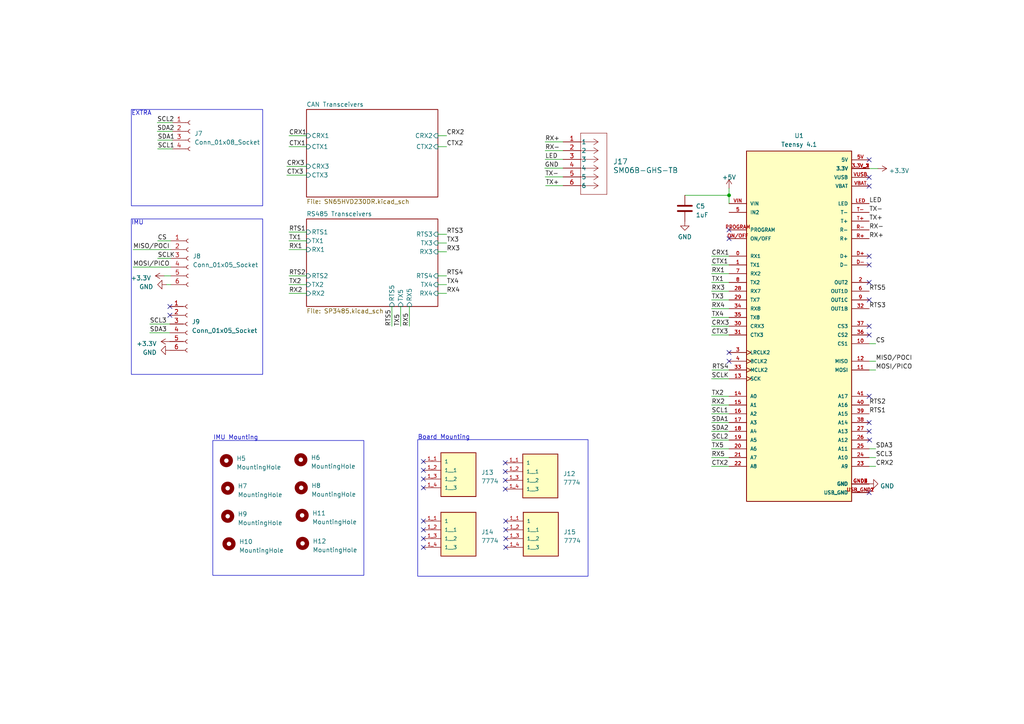
<source format=kicad_sch>
(kicad_sch (version 20230121) (generator eeschema)

  (uuid 8799be14-0ab9-4921-91c9-16a28eec5adb)

  (paper "A4")

  (title_block
    (title "HECTOR Control Board v2")
  )

  (lib_symbols
    (symbol "2024-08-02_05-50-18:SM06B-GHS-TB" (pin_names (offset 0.254)) (in_bom yes) (on_board yes)
      (property "Reference" "J" (at 8.89 6.35 0)
        (effects (font (size 1.524 1.524)))
      )
      (property "Value" "SM06B-GHS-TB" (at 0 0 0)
        (effects (font (size 1.524 1.524)))
      )
      (property "Footprint" "CONN_SM06B-GHS-TB_JST" (at 0 0 0)
        (effects (font (size 1.27 1.27) italic) hide)
      )
      (property "Datasheet" "SM06B-GHS-TB" (at 0 0 0)
        (effects (font (size 1.27 1.27) italic) hide)
      )
      (property "ki_locked" "" (at 0 0 0)
        (effects (font (size 1.27 1.27)))
      )
      (property "ki_keywords" "SM06B-GHS-TB" (at 0 0 0)
        (effects (font (size 1.27 1.27)) hide)
      )
      (property "ki_fp_filters" "CONN_SM06B-GHS-TB_JST" (at 0 0 0)
        (effects (font (size 1.27 1.27)) hide)
      )
      (symbol "SM06B-GHS-TB_1_1"
        (polyline
          (pts
            (xy 5.08 -15.24)
            (xy 12.7 -15.24)
          )
          (stroke (width 0.127) (type default))
          (fill (type none))
        )
        (polyline
          (pts
            (xy 5.08 2.54)
            (xy 5.08 -15.24)
          )
          (stroke (width 0.127) (type default))
          (fill (type none))
        )
        (polyline
          (pts
            (xy 10.16 -12.7)
            (xy 5.08 -12.7)
          )
          (stroke (width 0.127) (type default))
          (fill (type none))
        )
        (polyline
          (pts
            (xy 10.16 -12.7)
            (xy 8.89 -13.5467)
          )
          (stroke (width 0.127) (type default))
          (fill (type none))
        )
        (polyline
          (pts
            (xy 10.16 -12.7)
            (xy 8.89 -11.8533)
          )
          (stroke (width 0.127) (type default))
          (fill (type none))
        )
        (polyline
          (pts
            (xy 10.16 -10.16)
            (xy 5.08 -10.16)
          )
          (stroke (width 0.127) (type default))
          (fill (type none))
        )
        (polyline
          (pts
            (xy 10.16 -10.16)
            (xy 8.89 -11.0067)
          )
          (stroke (width 0.127) (type default))
          (fill (type none))
        )
        (polyline
          (pts
            (xy 10.16 -10.16)
            (xy 8.89 -9.3133)
          )
          (stroke (width 0.127) (type default))
          (fill (type none))
        )
        (polyline
          (pts
            (xy 10.16 -7.62)
            (xy 5.08 -7.62)
          )
          (stroke (width 0.127) (type default))
          (fill (type none))
        )
        (polyline
          (pts
            (xy 10.16 -7.62)
            (xy 8.89 -8.4667)
          )
          (stroke (width 0.127) (type default))
          (fill (type none))
        )
        (polyline
          (pts
            (xy 10.16 -7.62)
            (xy 8.89 -6.7733)
          )
          (stroke (width 0.127) (type default))
          (fill (type none))
        )
        (polyline
          (pts
            (xy 10.16 -5.08)
            (xy 5.08 -5.08)
          )
          (stroke (width 0.127) (type default))
          (fill (type none))
        )
        (polyline
          (pts
            (xy 10.16 -5.08)
            (xy 8.89 -5.9267)
          )
          (stroke (width 0.127) (type default))
          (fill (type none))
        )
        (polyline
          (pts
            (xy 10.16 -5.08)
            (xy 8.89 -4.2333)
          )
          (stroke (width 0.127) (type default))
          (fill (type none))
        )
        (polyline
          (pts
            (xy 10.16 -2.54)
            (xy 5.08 -2.54)
          )
          (stroke (width 0.127) (type default))
          (fill (type none))
        )
        (polyline
          (pts
            (xy 10.16 -2.54)
            (xy 8.89 -3.3867)
          )
          (stroke (width 0.127) (type default))
          (fill (type none))
        )
        (polyline
          (pts
            (xy 10.16 -2.54)
            (xy 8.89 -1.6933)
          )
          (stroke (width 0.127) (type default))
          (fill (type none))
        )
        (polyline
          (pts
            (xy 10.16 0)
            (xy 5.08 0)
          )
          (stroke (width 0.127) (type default))
          (fill (type none))
        )
        (polyline
          (pts
            (xy 10.16 0)
            (xy 8.89 -0.8467)
          )
          (stroke (width 0.127) (type default))
          (fill (type none))
        )
        (polyline
          (pts
            (xy 10.16 0)
            (xy 8.89 0.8467)
          )
          (stroke (width 0.127) (type default))
          (fill (type none))
        )
        (polyline
          (pts
            (xy 12.7 -15.24)
            (xy 12.7 2.54)
          )
          (stroke (width 0.127) (type default))
          (fill (type none))
        )
        (polyline
          (pts
            (xy 12.7 2.54)
            (xy 5.08 2.54)
          )
          (stroke (width 0.127) (type default))
          (fill (type none))
        )
        (pin unspecified line (at 0 0 0) (length 5.08)
          (name "1" (effects (font (size 1.27 1.27))))
          (number "1" (effects (font (size 1.27 1.27))))
        )
        (pin unspecified line (at 0 -2.54 0) (length 5.08)
          (name "2" (effects (font (size 1.27 1.27))))
          (number "2" (effects (font (size 1.27 1.27))))
        )
        (pin unspecified line (at 0 -5.08 0) (length 5.08)
          (name "3" (effects (font (size 1.27 1.27))))
          (number "3" (effects (font (size 1.27 1.27))))
        )
        (pin unspecified line (at 0 -7.62 0) (length 5.08)
          (name "4" (effects (font (size 1.27 1.27))))
          (number "4" (effects (font (size 1.27 1.27))))
        )
        (pin unspecified line (at 0 -10.16 0) (length 5.08)
          (name "5" (effects (font (size 1.27 1.27))))
          (number "5" (effects (font (size 1.27 1.27))))
        )
        (pin unspecified line (at 0 -12.7 0) (length 5.08)
          (name "6" (effects (font (size 1.27 1.27))))
          (number "6" (effects (font (size 1.27 1.27))))
        )
      )
      (symbol "SM06B-GHS-TB_1_2"
        (polyline
          (pts
            (xy 5.08 -15.24)
            (xy 12.7 -15.24)
          )
          (stroke (width 0.127) (type default))
          (fill (type none))
        )
        (polyline
          (pts
            (xy 5.08 2.54)
            (xy 5.08 -15.24)
          )
          (stroke (width 0.127) (type default))
          (fill (type none))
        )
        (polyline
          (pts
            (xy 7.62 -12.7)
            (xy 5.08 -12.7)
          )
          (stroke (width 0.127) (type default))
          (fill (type none))
        )
        (polyline
          (pts
            (xy 7.62 -12.7)
            (xy 8.89 -13.5467)
          )
          (stroke (width 0.127) (type default))
          (fill (type none))
        )
        (polyline
          (pts
            (xy 7.62 -12.7)
            (xy 8.89 -11.8533)
          )
          (stroke (width 0.127) (type default))
          (fill (type none))
        )
        (polyline
          (pts
            (xy 7.62 -10.16)
            (xy 5.08 -10.16)
          )
          (stroke (width 0.127) (type default))
          (fill (type none))
        )
        (polyline
          (pts
            (xy 7.62 -10.16)
            (xy 8.89 -11.0067)
          )
          (stroke (width 0.127) (type default))
          (fill (type none))
        )
        (polyline
          (pts
            (xy 7.62 -10.16)
            (xy 8.89 -9.3133)
          )
          (stroke (width 0.127) (type default))
          (fill (type none))
        )
        (polyline
          (pts
            (xy 7.62 -7.62)
            (xy 5.08 -7.62)
          )
          (stroke (width 0.127) (type default))
          (fill (type none))
        )
        (polyline
          (pts
            (xy 7.62 -7.62)
            (xy 8.89 -8.4667)
          )
          (stroke (width 0.127) (type default))
          (fill (type none))
        )
        (polyline
          (pts
            (xy 7.62 -7.62)
            (xy 8.89 -6.7733)
          )
          (stroke (width 0.127) (type default))
          (fill (type none))
        )
        (polyline
          (pts
            (xy 7.62 -5.08)
            (xy 5.08 -5.08)
          )
          (stroke (width 0.127) (type default))
          (fill (type none))
        )
        (polyline
          (pts
            (xy 7.62 -5.08)
            (xy 8.89 -5.9267)
          )
          (stroke (width 0.127) (type default))
          (fill (type none))
        )
        (polyline
          (pts
            (xy 7.62 -5.08)
            (xy 8.89 -4.2333)
          )
          (stroke (width 0.127) (type default))
          (fill (type none))
        )
        (polyline
          (pts
            (xy 7.62 -2.54)
            (xy 5.08 -2.54)
          )
          (stroke (width 0.127) (type default))
          (fill (type none))
        )
        (polyline
          (pts
            (xy 7.62 -2.54)
            (xy 8.89 -3.3867)
          )
          (stroke (width 0.127) (type default))
          (fill (type none))
        )
        (polyline
          (pts
            (xy 7.62 -2.54)
            (xy 8.89 -1.6933)
          )
          (stroke (width 0.127) (type default))
          (fill (type none))
        )
        (polyline
          (pts
            (xy 7.62 0)
            (xy 5.08 0)
          )
          (stroke (width 0.127) (type default))
          (fill (type none))
        )
        (polyline
          (pts
            (xy 7.62 0)
            (xy 8.89 -0.8467)
          )
          (stroke (width 0.127) (type default))
          (fill (type none))
        )
        (polyline
          (pts
            (xy 7.62 0)
            (xy 8.89 0.8467)
          )
          (stroke (width 0.127) (type default))
          (fill (type none))
        )
        (polyline
          (pts
            (xy 12.7 -15.24)
            (xy 12.7 2.54)
          )
          (stroke (width 0.127) (type default))
          (fill (type none))
        )
        (polyline
          (pts
            (xy 12.7 2.54)
            (xy 5.08 2.54)
          )
          (stroke (width 0.127) (type default))
          (fill (type none))
        )
        (pin unspecified line (at 0 0 0) (length 5.08)
          (name "1" (effects (font (size 1.27 1.27))))
          (number "1" (effects (font (size 1.27 1.27))))
        )
        (pin unspecified line (at 0 -2.54 0) (length 5.08)
          (name "2" (effects (font (size 1.27 1.27))))
          (number "2" (effects (font (size 1.27 1.27))))
        )
        (pin unspecified line (at 0 -5.08 0) (length 5.08)
          (name "3" (effects (font (size 1.27 1.27))))
          (number "3" (effects (font (size 1.27 1.27))))
        )
        (pin unspecified line (at 0 -7.62 0) (length 5.08)
          (name "4" (effects (font (size 1.27 1.27))))
          (number "4" (effects (font (size 1.27 1.27))))
        )
        (pin unspecified line (at 0 -10.16 0) (length 5.08)
          (name "5" (effects (font (size 1.27 1.27))))
          (number "5" (effects (font (size 1.27 1.27))))
        )
        (pin unspecified line (at 0 -12.7 0) (length 5.08)
          (name "6" (effects (font (size 1.27 1.27))))
          (number "6" (effects (font (size 1.27 1.27))))
        )
      )
    )
    (symbol "7774:7774" (pin_names (offset 1.016)) (in_bom yes) (on_board yes)
      (property "Reference" "J" (at -5.08 3.302 0)
        (effects (font (size 1.27 1.27)) (justify left bottom))
      )
      (property "Value" "7774" (at -5.08 -12.7 0)
        (effects (font (size 1.27 1.27)) (justify left bottom))
      )
      (property "Footprint" "7774:KEYSTONE_7774" (at 0 0 0)
        (effects (font (size 1.27 1.27)) (justify bottom) hide)
      )
      (property "Datasheet" "" (at 0 0 0)
        (effects (font (size 1.27 1.27)) hide)
      )
      (property "PARTREV" "1.29.09" (at 0 0 0)
        (effects (font (size 1.27 1.27)) (justify bottom) hide)
      )
      (property "STANDARD" "Manufacturer Recommendations" (at 0 0 0)
        (effects (font (size 1.27 1.27)) (justify bottom) hide)
      )
      (property "MAXIMUM_PACKAGE_HEIGHT" "4.57 mm" (at 0 0 0)
        (effects (font (size 1.27 1.27)) (justify bottom) hide)
      )
      (property "MANUFACTURER" "Keystone Electronics" (at 0 0 0)
        (effects (font (size 1.27 1.27)) (justify bottom) hide)
      )
      (symbol "7774_0_0"
        (rectangle (start -5.08 -10.16) (end 5.08 2.54)
          (stroke (width 0.254) (type default))
          (fill (type background))
        )
        (pin passive line (at -10.16 0 0) (length 5.08)
          (name "1" (effects (font (size 1.016 1.016))))
          (number "1_1" (effects (font (size 1.016 1.016))))
        )
        (pin passive line (at -10.16 -2.54 0) (length 5.08)
          (name "1__1" (effects (font (size 1.016 1.016))))
          (number "1_2" (effects (font (size 1.016 1.016))))
        )
        (pin passive line (at -10.16 -5.08 0) (length 5.08)
          (name "1__2" (effects (font (size 1.016 1.016))))
          (number "1_3" (effects (font (size 1.016 1.016))))
        )
        (pin passive line (at -10.16 -7.62 0) (length 5.08)
          (name "1__3" (effects (font (size 1.016 1.016))))
          (number "1_4" (effects (font (size 1.016 1.016))))
        )
      )
    )
    (symbol "Connector:Conn_01x04_Socket" (pin_names (offset 1.016) hide) (in_bom yes) (on_board yes)
      (property "Reference" "J" (at 0 5.08 0)
        (effects (font (size 1.27 1.27)))
      )
      (property "Value" "Conn_01x04_Socket" (at 0 -7.62 0)
        (effects (font (size 1.27 1.27)))
      )
      (property "Footprint" "" (at 0 0 0)
        (effects (font (size 1.27 1.27)) hide)
      )
      (property "Datasheet" "~" (at 0 0 0)
        (effects (font (size 1.27 1.27)) hide)
      )
      (property "ki_locked" "" (at 0 0 0)
        (effects (font (size 1.27 1.27)))
      )
      (property "ki_keywords" "connector" (at 0 0 0)
        (effects (font (size 1.27 1.27)) hide)
      )
      (property "ki_description" "Generic connector, single row, 01x04, script generated" (at 0 0 0)
        (effects (font (size 1.27 1.27)) hide)
      )
      (property "ki_fp_filters" "Connector*:*_1x??_*" (at 0 0 0)
        (effects (font (size 1.27 1.27)) hide)
      )
      (symbol "Conn_01x04_Socket_1_1"
        (arc (start 0 -4.572) (mid -0.5058 -5.08) (end 0 -5.588)
          (stroke (width 0.1524) (type default))
          (fill (type none))
        )
        (arc (start 0 -2.032) (mid -0.5058 -2.54) (end 0 -3.048)
          (stroke (width 0.1524) (type default))
          (fill (type none))
        )
        (polyline
          (pts
            (xy -1.27 -5.08)
            (xy -0.508 -5.08)
          )
          (stroke (width 0.1524) (type default))
          (fill (type none))
        )
        (polyline
          (pts
            (xy -1.27 -2.54)
            (xy -0.508 -2.54)
          )
          (stroke (width 0.1524) (type default))
          (fill (type none))
        )
        (polyline
          (pts
            (xy -1.27 0)
            (xy -0.508 0)
          )
          (stroke (width 0.1524) (type default))
          (fill (type none))
        )
        (polyline
          (pts
            (xy -1.27 2.54)
            (xy -0.508 2.54)
          )
          (stroke (width 0.1524) (type default))
          (fill (type none))
        )
        (arc (start 0 0.508) (mid -0.5058 0) (end 0 -0.508)
          (stroke (width 0.1524) (type default))
          (fill (type none))
        )
        (arc (start 0 3.048) (mid -0.5058 2.54) (end 0 2.032)
          (stroke (width 0.1524) (type default))
          (fill (type none))
        )
        (pin passive line (at -5.08 2.54 0) (length 3.81)
          (name "Pin_1" (effects (font (size 1.27 1.27))))
          (number "1" (effects (font (size 1.27 1.27))))
        )
        (pin passive line (at -5.08 0 0) (length 3.81)
          (name "Pin_2" (effects (font (size 1.27 1.27))))
          (number "2" (effects (font (size 1.27 1.27))))
        )
        (pin passive line (at -5.08 -2.54 0) (length 3.81)
          (name "Pin_3" (effects (font (size 1.27 1.27))))
          (number "3" (effects (font (size 1.27 1.27))))
        )
        (pin passive line (at -5.08 -5.08 0) (length 3.81)
          (name "Pin_4" (effects (font (size 1.27 1.27))))
          (number "4" (effects (font (size 1.27 1.27))))
        )
      )
    )
    (symbol "Connector:Conn_01x06_Socket" (pin_names (offset 1.016) hide) (in_bom yes) (on_board yes)
      (property "Reference" "J" (at 0 7.62 0)
        (effects (font (size 1.27 1.27)))
      )
      (property "Value" "Conn_01x06_Socket" (at 0 -10.16 0)
        (effects (font (size 1.27 1.27)))
      )
      (property "Footprint" "" (at 0 0 0)
        (effects (font (size 1.27 1.27)) hide)
      )
      (property "Datasheet" "~" (at 0 0 0)
        (effects (font (size 1.27 1.27)) hide)
      )
      (property "ki_locked" "" (at 0 0 0)
        (effects (font (size 1.27 1.27)))
      )
      (property "ki_keywords" "connector" (at 0 0 0)
        (effects (font (size 1.27 1.27)) hide)
      )
      (property "ki_description" "Generic connector, single row, 01x06, script generated" (at 0 0 0)
        (effects (font (size 1.27 1.27)) hide)
      )
      (property "ki_fp_filters" "Connector*:*_1x??_*" (at 0 0 0)
        (effects (font (size 1.27 1.27)) hide)
      )
      (symbol "Conn_01x06_Socket_1_1"
        (arc (start 0 -7.112) (mid -0.5058 -7.62) (end 0 -8.128)
          (stroke (width 0.1524) (type default))
          (fill (type none))
        )
        (arc (start 0 -4.572) (mid -0.5058 -5.08) (end 0 -5.588)
          (stroke (width 0.1524) (type default))
          (fill (type none))
        )
        (arc (start 0 -2.032) (mid -0.5058 -2.54) (end 0 -3.048)
          (stroke (width 0.1524) (type default))
          (fill (type none))
        )
        (polyline
          (pts
            (xy -1.27 -7.62)
            (xy -0.508 -7.62)
          )
          (stroke (width 0.1524) (type default))
          (fill (type none))
        )
        (polyline
          (pts
            (xy -1.27 -5.08)
            (xy -0.508 -5.08)
          )
          (stroke (width 0.1524) (type default))
          (fill (type none))
        )
        (polyline
          (pts
            (xy -1.27 -2.54)
            (xy -0.508 -2.54)
          )
          (stroke (width 0.1524) (type default))
          (fill (type none))
        )
        (polyline
          (pts
            (xy -1.27 0)
            (xy -0.508 0)
          )
          (stroke (width 0.1524) (type default))
          (fill (type none))
        )
        (polyline
          (pts
            (xy -1.27 2.54)
            (xy -0.508 2.54)
          )
          (stroke (width 0.1524) (type default))
          (fill (type none))
        )
        (polyline
          (pts
            (xy -1.27 5.08)
            (xy -0.508 5.08)
          )
          (stroke (width 0.1524) (type default))
          (fill (type none))
        )
        (arc (start 0 0.508) (mid -0.5058 0) (end 0 -0.508)
          (stroke (width 0.1524) (type default))
          (fill (type none))
        )
        (arc (start 0 3.048) (mid -0.5058 2.54) (end 0 2.032)
          (stroke (width 0.1524) (type default))
          (fill (type none))
        )
        (arc (start 0 5.588) (mid -0.5058 5.08) (end 0 4.572)
          (stroke (width 0.1524) (type default))
          (fill (type none))
        )
        (pin passive line (at -5.08 5.08 0) (length 3.81)
          (name "Pin_1" (effects (font (size 1.27 1.27))))
          (number "1" (effects (font (size 1.27 1.27))))
        )
        (pin passive line (at -5.08 2.54 0) (length 3.81)
          (name "Pin_2" (effects (font (size 1.27 1.27))))
          (number "2" (effects (font (size 1.27 1.27))))
        )
        (pin passive line (at -5.08 0 0) (length 3.81)
          (name "Pin_3" (effects (font (size 1.27 1.27))))
          (number "3" (effects (font (size 1.27 1.27))))
        )
        (pin passive line (at -5.08 -2.54 0) (length 3.81)
          (name "Pin_4" (effects (font (size 1.27 1.27))))
          (number "4" (effects (font (size 1.27 1.27))))
        )
        (pin passive line (at -5.08 -5.08 0) (length 3.81)
          (name "Pin_5" (effects (font (size 1.27 1.27))))
          (number "5" (effects (font (size 1.27 1.27))))
        )
        (pin passive line (at -5.08 -7.62 0) (length 3.81)
          (name "Pin_6" (effects (font (size 1.27 1.27))))
          (number "6" (effects (font (size 1.27 1.27))))
        )
      )
    )
    (symbol "Device:C" (pin_numbers hide) (pin_names (offset 0.254)) (in_bom yes) (on_board yes)
      (property "Reference" "C" (at 0.635 2.54 0)
        (effects (font (size 1.27 1.27)) (justify left))
      )
      (property "Value" "C" (at 0.635 -2.54 0)
        (effects (font (size 1.27 1.27)) (justify left))
      )
      (property "Footprint" "" (at 0.9652 -3.81 0)
        (effects (font (size 1.27 1.27)) hide)
      )
      (property "Datasheet" "~" (at 0 0 0)
        (effects (font (size 1.27 1.27)) hide)
      )
      (property "ki_keywords" "cap capacitor" (at 0 0 0)
        (effects (font (size 1.27 1.27)) hide)
      )
      (property "ki_description" "Unpolarized capacitor" (at 0 0 0)
        (effects (font (size 1.27 1.27)) hide)
      )
      (property "ki_fp_filters" "C_*" (at 0 0 0)
        (effects (font (size 1.27 1.27)) hide)
      )
      (symbol "C_0_1"
        (polyline
          (pts
            (xy -2.032 -0.762)
            (xy 2.032 -0.762)
          )
          (stroke (width 0.508) (type default))
          (fill (type none))
        )
        (polyline
          (pts
            (xy -2.032 0.762)
            (xy 2.032 0.762)
          )
          (stroke (width 0.508) (type default))
          (fill (type none))
        )
      )
      (symbol "C_1_1"
        (pin passive line (at 0 3.81 270) (length 2.794)
          (name "~" (effects (font (size 1.27 1.27))))
          (number "1" (effects (font (size 1.27 1.27))))
        )
        (pin passive line (at 0 -3.81 90) (length 2.794)
          (name "~" (effects (font (size 1.27 1.27))))
          (number "2" (effects (font (size 1.27 1.27))))
        )
      )
    )
    (symbol "Mechanical:MountingHole" (pin_names (offset 1.016)) (in_bom yes) (on_board yes)
      (property "Reference" "H" (at 0 5.08 0)
        (effects (font (size 1.27 1.27)))
      )
      (property "Value" "MountingHole" (at 0 3.175 0)
        (effects (font (size 1.27 1.27)))
      )
      (property "Footprint" "" (at 0 0 0)
        (effects (font (size 1.27 1.27)) hide)
      )
      (property "Datasheet" "~" (at 0 0 0)
        (effects (font (size 1.27 1.27)) hide)
      )
      (property "ki_keywords" "mounting hole" (at 0 0 0)
        (effects (font (size 1.27 1.27)) hide)
      )
      (property "ki_description" "Mounting Hole without connection" (at 0 0 0)
        (effects (font (size 1.27 1.27)) hide)
      )
      (property "ki_fp_filters" "MountingHole*" (at 0 0 0)
        (effects (font (size 1.27 1.27)) hide)
      )
      (symbol "MountingHole_0_1"
        (circle (center 0 0) (radius 1.27)
          (stroke (width 1.27) (type default))
          (fill (type none))
        )
      )
    )
    (symbol "Teensy_4.1:DEV-16771" (pin_names (offset 1.016)) (in_bom yes) (on_board yes)
      (property "Reference" "U" (at -15.24 52.07 0)
        (effects (font (size 1.27 1.27)) (justify left bottom))
      )
      (property "Value" "DEV-16771" (at -15.24 -53.34 0)
        (effects (font (size 1.27 1.27)) (justify left bottom))
      )
      (property "Footprint" "DEV-16771:MODULE_DEV-16771" (at 0 0 0)
        (effects (font (size 1.27 1.27)) (justify bottom) hide)
      )
      (property "Datasheet" "" (at 0 0 0)
        (effects (font (size 1.27 1.27)) hide)
      )
      (property "MF" "SparkFun Electronics" (at 0 0 0)
        (effects (font (size 1.27 1.27)) (justify bottom) hide)
      )
      (property "MAXIMUM_PACKAGE_HEIGHT" "4.07mm" (at 0 0 0)
        (effects (font (size 1.27 1.27)) (justify bottom) hide)
      )
      (property "Package" "None" (at 0 0 0)
        (effects (font (size 1.27 1.27)) (justify bottom) hide)
      )
      (property "Price" "None" (at 0 0 0)
        (effects (font (size 1.27 1.27)) (justify bottom) hide)
      )
      (property "Check_prices" "https://www.snapeda.com/parts/DEV-16771/SparkFun+Electronics/view-part/?ref=eda" (at 0 0 0)
        (effects (font (size 1.27 1.27)) (justify bottom) hide)
      )
      (property "STANDARD" "Manufacturer recommendations" (at 0 0 0)
        (effects (font (size 1.27 1.27)) (justify bottom) hide)
      )
      (property "PARTREV" "4.1" (at 0 0 0)
        (effects (font (size 1.27 1.27)) (justify bottom) hide)
      )
      (property "SnapEDA_Link" "https://www.snapeda.com/parts/DEV-16771/SparkFun+Electronics/view-part/?ref=snap" (at 0 0 0)
        (effects (font (size 1.27 1.27)) (justify bottom) hide)
      )
      (property "MP" "DEV-16771" (at 0 0 0)
        (effects (font (size 1.27 1.27)) (justify bottom) hide)
      )
      (property "Purchase-URL" "https://www.snapeda.com/api/url_track_click_mouser/?unipart_id=4833875&manufacturer=SparkFun Electronics&part_name=DEV-16771&search_term=None" (at 0 0 0)
        (effects (font (size 1.27 1.27)) (justify bottom) hide)
      )
      (property "Description" "\nRT1062 Teensy 4.1 series ARM® Cortex®-M7 MPU Embedded Evaluation Board\n" (at 0 0 0)
        (effects (font (size 1.27 1.27)) (justify bottom) hide)
      )
      (property "Availability" "In Stock" (at 0 0 0)
        (effects (font (size 1.27 1.27)) (justify bottom) hide)
      )
      (property "MANUFACTURER" "SparkFun Electronics" (at 0 0 0)
        (effects (font (size 1.27 1.27)) (justify bottom) hide)
      )
      (symbol "DEV-16771_0_0"
        (rectangle (start -15.24 -50.8) (end 15.24 50.8)
          (stroke (width 0.254) (type default))
          (fill (type background))
        )
        (pin bidirectional line (at -20.32 20.32 0) (length 5.08)
          (name "RX1" (effects (font (size 1.016 1.016))))
          (number "0" (effects (font (size 1.016 1.016))))
        )
        (pin bidirectional line (at -20.32 17.78 0) (length 5.08)
          (name "TX1" (effects (font (size 1.016 1.016))))
          (number "1" (effects (font (size 1.016 1.016))))
        )
        (pin bidirectional line (at 20.32 -5.08 180) (length 5.08)
          (name "CS1" (effects (font (size 1.016 1.016))))
          (number "10" (effects (font (size 1.016 1.016))))
        )
        (pin bidirectional line (at 20.32 -12.7 180) (length 5.08)
          (name "MOSI" (effects (font (size 1.016 1.016))))
          (number "11" (effects (font (size 1.016 1.016))))
        )
        (pin bidirectional line (at 20.32 -10.16 180) (length 5.08)
          (name "MISO" (effects (font (size 1.016 1.016))))
          (number "12" (effects (font (size 1.016 1.016))))
        )
        (pin bidirectional clock (at -20.32 -15.24 0) (length 5.08)
          (name "SCK" (effects (font (size 1.016 1.016))))
          (number "13" (effects (font (size 1.016 1.016))))
        )
        (pin bidirectional line (at -20.32 -20.32 0) (length 5.08)
          (name "A0" (effects (font (size 1.016 1.016))))
          (number "14" (effects (font (size 1.016 1.016))))
        )
        (pin bidirectional line (at -20.32 -22.86 0) (length 5.08)
          (name "A1" (effects (font (size 1.016 1.016))))
          (number "15" (effects (font (size 1.016 1.016))))
        )
        (pin bidirectional line (at -20.32 -25.4 0) (length 5.08)
          (name "A2" (effects (font (size 1.016 1.016))))
          (number "16" (effects (font (size 1.016 1.016))))
        )
        (pin bidirectional line (at -20.32 -27.94 0) (length 5.08)
          (name "A3" (effects (font (size 1.016 1.016))))
          (number "17" (effects (font (size 1.016 1.016))))
        )
        (pin bidirectional line (at -20.32 -30.48 0) (length 5.08)
          (name "A4" (effects (font (size 1.016 1.016))))
          (number "18" (effects (font (size 1.016 1.016))))
        )
        (pin bidirectional line (at -20.32 -33.02 0) (length 5.08)
          (name "A5" (effects (font (size 1.016 1.016))))
          (number "19" (effects (font (size 1.016 1.016))))
        )
        (pin output line (at 20.32 12.7 180) (length 5.08)
          (name "OUT2" (effects (font (size 1.016 1.016))))
          (number "2" (effects (font (size 1.016 1.016))))
        )
        (pin bidirectional line (at -20.32 -35.56 0) (length 5.08)
          (name "A6" (effects (font (size 1.016 1.016))))
          (number "20" (effects (font (size 1.016 1.016))))
        )
        (pin bidirectional line (at -20.32 -38.1 0) (length 5.08)
          (name "A7" (effects (font (size 1.016 1.016))))
          (number "21" (effects (font (size 1.016 1.016))))
        )
        (pin bidirectional line (at -20.32 -40.64 0) (length 5.08)
          (name "A8" (effects (font (size 1.016 1.016))))
          (number "22" (effects (font (size 1.016 1.016))))
        )
        (pin bidirectional line (at 20.32 -40.64 180) (length 5.08)
          (name "A9" (effects (font (size 1.016 1.016))))
          (number "23" (effects (font (size 1.016 1.016))))
        )
        (pin bidirectional line (at 20.32 -38.1 180) (length 5.08)
          (name "A10" (effects (font (size 1.016 1.016))))
          (number "24" (effects (font (size 1.016 1.016))))
        )
        (pin bidirectional line (at 20.32 -35.56 180) (length 5.08)
          (name "A11" (effects (font (size 1.016 1.016))))
          (number "25" (effects (font (size 1.016 1.016))))
        )
        (pin bidirectional line (at 20.32 -33.02 180) (length 5.08)
          (name "A12" (effects (font (size 1.016 1.016))))
          (number "26" (effects (font (size 1.016 1.016))))
        )
        (pin bidirectional line (at 20.32 -30.48 180) (length 5.08)
          (name "A13" (effects (font (size 1.016 1.016))))
          (number "27" (effects (font (size 1.016 1.016))))
        )
        (pin bidirectional line (at -20.32 10.16 0) (length 5.08)
          (name "RX7" (effects (font (size 1.016 1.016))))
          (number "28" (effects (font (size 1.016 1.016))))
        )
        (pin bidirectional line (at -20.32 7.62 0) (length 5.08)
          (name "TX7" (effects (font (size 1.016 1.016))))
          (number "29" (effects (font (size 1.016 1.016))))
        )
        (pin bidirectional clock (at -20.32 -7.62 0) (length 5.08)
          (name "LRCLK2" (effects (font (size 1.016 1.016))))
          (number "3" (effects (font (size 1.016 1.016))))
        )
        (pin power_in line (at 20.32 45.72 180) (length 5.08)
          (name "3.3V" (effects (font (size 1.016 1.016))))
          (number "3.3V_1" (effects (font (size 1.016 1.016))))
        )
        (pin power_in line (at 20.32 45.72 180) (length 5.08)
          (name "3.3V" (effects (font (size 1.016 1.016))))
          (number "3.3V_2" (effects (font (size 1.016 1.016))))
        )
        (pin power_in line (at 20.32 45.72 180) (length 5.08)
          (name "3.3V" (effects (font (size 1.016 1.016))))
          (number "3.3V_3" (effects (font (size 1.016 1.016))))
        )
        (pin bidirectional line (at -20.32 0 0) (length 5.08)
          (name "CRX3" (effects (font (size 1.016 1.016))))
          (number "30" (effects (font (size 1.016 1.016))))
        )
        (pin bidirectional line (at -20.32 -2.54 0) (length 5.08)
          (name "CTX3" (effects (font (size 1.016 1.016))))
          (number "31" (effects (font (size 1.016 1.016))))
        )
        (pin output line (at 20.32 5.08 180) (length 5.08)
          (name "OUT1B" (effects (font (size 1.016 1.016))))
          (number "32" (effects (font (size 1.016 1.016))))
        )
        (pin bidirectional clock (at -20.32 -12.7 0) (length 5.08)
          (name "MCLK2" (effects (font (size 1.016 1.016))))
          (number "33" (effects (font (size 1.016 1.016))))
        )
        (pin bidirectional line (at -20.32 5.08 0) (length 5.08)
          (name "RX8" (effects (font (size 1.016 1.016))))
          (number "34" (effects (font (size 1.016 1.016))))
        )
        (pin bidirectional line (at -20.32 2.54 0) (length 5.08)
          (name "TX8" (effects (font (size 1.016 1.016))))
          (number "35" (effects (font (size 1.016 1.016))))
        )
        (pin bidirectional line (at 20.32 -2.54 180) (length 5.08)
          (name "CS2" (effects (font (size 1.016 1.016))))
          (number "36" (effects (font (size 1.016 1.016))))
        )
        (pin bidirectional line (at 20.32 0 180) (length 5.08)
          (name "CS3" (effects (font (size 1.016 1.016))))
          (number "37" (effects (font (size 1.016 1.016))))
        )
        (pin bidirectional line (at 20.32 -27.94 180) (length 5.08)
          (name "A14" (effects (font (size 1.016 1.016))))
          (number "38" (effects (font (size 1.016 1.016))))
        )
        (pin bidirectional line (at 20.32 -25.4 180) (length 5.08)
          (name "A15" (effects (font (size 1.016 1.016))))
          (number "39" (effects (font (size 1.016 1.016))))
        )
        (pin bidirectional clock (at -20.32 -10.16 0) (length 5.08)
          (name "BCLK2" (effects (font (size 1.016 1.016))))
          (number "4" (effects (font (size 1.016 1.016))))
        )
        (pin bidirectional line (at 20.32 -22.86 180) (length 5.08)
          (name "A16" (effects (font (size 1.016 1.016))))
          (number "40" (effects (font (size 1.016 1.016))))
        )
        (pin bidirectional line (at 20.32 -20.32 180) (length 5.08)
          (name "A17" (effects (font (size 1.016 1.016))))
          (number "41" (effects (font (size 1.016 1.016))))
        )
        (pin bidirectional line (at -20.32 33.02 0) (length 5.08)
          (name "IN2" (effects (font (size 1.016 1.016))))
          (number "5" (effects (font (size 1.016 1.016))))
        )
        (pin power_in line (at 20.32 48.26 180) (length 5.08)
          (name "5V" (effects (font (size 1.016 1.016))))
          (number "5V" (effects (font (size 1.016 1.016))))
        )
        (pin output line (at 20.32 10.16 180) (length 5.08)
          (name "OUT1D" (effects (font (size 1.016 1.016))))
          (number "6" (effects (font (size 1.016 1.016))))
        )
        (pin bidirectional line (at -20.32 15.24 0) (length 5.08)
          (name "RX2" (effects (font (size 1.016 1.016))))
          (number "7" (effects (font (size 1.016 1.016))))
        )
        (pin bidirectional line (at -20.32 12.7 0) (length 5.08)
          (name "TX2" (effects (font (size 1.016 1.016))))
          (number "8" (effects (font (size 1.016 1.016))))
        )
        (pin output line (at 20.32 7.62 180) (length 5.08)
          (name "OUT1C" (effects (font (size 1.016 1.016))))
          (number "9" (effects (font (size 1.016 1.016))))
        )
        (pin bidirectional line (at 20.32 20.32 180) (length 5.08)
          (name "D+" (effects (font (size 1.016 1.016))))
          (number "D+" (effects (font (size 1.016 1.016))))
        )
        (pin bidirectional line (at 20.32 17.78 180) (length 5.08)
          (name "D-" (effects (font (size 1.016 1.016))))
          (number "D-" (effects (font (size 1.016 1.016))))
        )
        (pin power_in line (at 20.32 -45.72 180) (length 5.08)
          (name "GND" (effects (font (size 1.016 1.016))))
          (number "GND1" (effects (font (size 1.016 1.016))))
        )
        (pin power_in line (at 20.32 -45.72 180) (length 5.08)
          (name "GND" (effects (font (size 1.016 1.016))))
          (number "GND2" (effects (font (size 1.016 1.016))))
        )
        (pin power_in line (at 20.32 -45.72 180) (length 5.08)
          (name "GND" (effects (font (size 1.016 1.016))))
          (number "GND3" (effects (font (size 1.016 1.016))))
        )
        (pin power_in line (at 20.32 -45.72 180) (length 5.08)
          (name "GND" (effects (font (size 1.016 1.016))))
          (number "GND4" (effects (font (size 1.016 1.016))))
        )
        (pin power_in line (at 20.32 -45.72 180) (length 5.08)
          (name "GND" (effects (font (size 1.016 1.016))))
          (number "GND5" (effects (font (size 1.016 1.016))))
        )
        (pin bidirectional line (at 20.32 35.56 180) (length 5.08)
          (name "LED" (effects (font (size 1.016 1.016))))
          (number "LED" (effects (font (size 1.016 1.016))))
        )
        (pin bidirectional line (at -20.32 25.4 0) (length 5.08)
          (name "ON/OFF" (effects (font (size 1.016 1.016))))
          (number "ON/OFF" (effects (font (size 1.016 1.016))))
        )
        (pin bidirectional line (at -20.32 27.94 0) (length 5.08)
          (name "PROGRAM" (effects (font (size 1.016 1.016))))
          (number "PROGRAM" (effects (font (size 1.016 1.016))))
        )
        (pin bidirectional line (at 20.32 25.4 180) (length 5.08)
          (name "R+" (effects (font (size 1.016 1.016))))
          (number "R+" (effects (font (size 1.016 1.016))))
        )
        (pin bidirectional line (at 20.32 27.94 180) (length 5.08)
          (name "R-" (effects (font (size 1.016 1.016))))
          (number "R-" (effects (font (size 1.016 1.016))))
        )
        (pin bidirectional line (at 20.32 30.48 180) (length 5.08)
          (name "T+" (effects (font (size 1.016 1.016))))
          (number "T+" (effects (font (size 1.016 1.016))))
        )
        (pin bidirectional line (at 20.32 33.02 180) (length 5.08)
          (name "T-" (effects (font (size 1.016 1.016))))
          (number "T-" (effects (font (size 1.016 1.016))))
        )
        (pin power_in line (at 20.32 -48.26 180) (length 5.08)
          (name "USB_GND" (effects (font (size 1.016 1.016))))
          (number "USB_GND1" (effects (font (size 1.016 1.016))))
        )
        (pin power_in line (at 20.32 -48.26 180) (length 5.08)
          (name "USB_GND" (effects (font (size 1.016 1.016))))
          (number "USB_GND2" (effects (font (size 1.016 1.016))))
        )
        (pin passive line (at 20.32 40.64 180) (length 5.08)
          (name "VBAT" (effects (font (size 1.016 1.016))))
          (number "VBAT" (effects (font (size 1.016 1.016))))
        )
        (pin input line (at -20.32 35.56 0) (length 5.08)
          (name "VIN" (effects (font (size 1.016 1.016))))
          (number "VIN" (effects (font (size 1.016 1.016))))
        )
        (pin passive line (at 20.32 43.18 180) (length 5.08)
          (name "VUSB" (effects (font (size 1.016 1.016))))
          (number "VUSB" (effects (font (size 1.016 1.016))))
        )
      )
    )
    (symbol "power:+3.3V" (power) (pin_names (offset 0)) (in_bom yes) (on_board yes)
      (property "Reference" "#PWR" (at 0 -3.81 0)
        (effects (font (size 1.27 1.27)) hide)
      )
      (property "Value" "+3.3V" (at 0 3.556 0)
        (effects (font (size 1.27 1.27)))
      )
      (property "Footprint" "" (at 0 0 0)
        (effects (font (size 1.27 1.27)) hide)
      )
      (property "Datasheet" "" (at 0 0 0)
        (effects (font (size 1.27 1.27)) hide)
      )
      (property "ki_keywords" "global power" (at 0 0 0)
        (effects (font (size 1.27 1.27)) hide)
      )
      (property "ki_description" "Power symbol creates a global label with name \"+3.3V\"" (at 0 0 0)
        (effects (font (size 1.27 1.27)) hide)
      )
      (symbol "+3.3V_0_1"
        (polyline
          (pts
            (xy -0.762 1.27)
            (xy 0 2.54)
          )
          (stroke (width 0) (type default))
          (fill (type none))
        )
        (polyline
          (pts
            (xy 0 0)
            (xy 0 2.54)
          )
          (stroke (width 0) (type default))
          (fill (type none))
        )
        (polyline
          (pts
            (xy 0 2.54)
            (xy 0.762 1.27)
          )
          (stroke (width 0) (type default))
          (fill (type none))
        )
      )
      (symbol "+3.3V_1_1"
        (pin power_in line (at 0 0 90) (length 0) hide
          (name "+3.3V" (effects (font (size 1.27 1.27))))
          (number "1" (effects (font (size 1.27 1.27))))
        )
      )
    )
    (symbol "power:+5V" (power) (pin_names (offset 0)) (in_bom yes) (on_board yes)
      (property "Reference" "#PWR" (at 0 -3.81 0)
        (effects (font (size 1.27 1.27)) hide)
      )
      (property "Value" "+5V" (at 0 3.556 0)
        (effects (font (size 1.27 1.27)))
      )
      (property "Footprint" "" (at 0 0 0)
        (effects (font (size 1.27 1.27)) hide)
      )
      (property "Datasheet" "" (at 0 0 0)
        (effects (font (size 1.27 1.27)) hide)
      )
      (property "ki_keywords" "global power" (at 0 0 0)
        (effects (font (size 1.27 1.27)) hide)
      )
      (property "ki_description" "Power symbol creates a global label with name \"+5V\"" (at 0 0 0)
        (effects (font (size 1.27 1.27)) hide)
      )
      (symbol "+5V_0_1"
        (polyline
          (pts
            (xy -0.762 1.27)
            (xy 0 2.54)
          )
          (stroke (width 0) (type default))
          (fill (type none))
        )
        (polyline
          (pts
            (xy 0 0)
            (xy 0 2.54)
          )
          (stroke (width 0) (type default))
          (fill (type none))
        )
        (polyline
          (pts
            (xy 0 2.54)
            (xy 0.762 1.27)
          )
          (stroke (width 0) (type default))
          (fill (type none))
        )
      )
      (symbol "+5V_1_1"
        (pin power_in line (at 0 0 90) (length 0) hide
          (name "+5V" (effects (font (size 1.27 1.27))))
          (number "1" (effects (font (size 1.27 1.27))))
        )
      )
    )
    (symbol "power:GND" (power) (pin_names (offset 0)) (in_bom yes) (on_board yes)
      (property "Reference" "#PWR" (at 0 -6.35 0)
        (effects (font (size 1.27 1.27)) hide)
      )
      (property "Value" "GND" (at 0 -3.81 0)
        (effects (font (size 1.27 1.27)))
      )
      (property "Footprint" "" (at 0 0 0)
        (effects (font (size 1.27 1.27)) hide)
      )
      (property "Datasheet" "" (at 0 0 0)
        (effects (font (size 1.27 1.27)) hide)
      )
      (property "ki_keywords" "global power" (at 0 0 0)
        (effects (font (size 1.27 1.27)) hide)
      )
      (property "ki_description" "Power symbol creates a global label with name \"GND\" , ground" (at 0 0 0)
        (effects (font (size 1.27 1.27)) hide)
      )
      (symbol "GND_0_1"
        (polyline
          (pts
            (xy 0 0)
            (xy 0 -1.27)
            (xy 1.27 -1.27)
            (xy 0 -2.54)
            (xy -1.27 -1.27)
            (xy 0 -1.27)
          )
          (stroke (width 0) (type default))
          (fill (type none))
        )
      )
      (symbol "GND_1_1"
        (pin power_in line (at 0 0 270) (length 0) hide
          (name "GND" (effects (font (size 1.27 1.27))))
          (number "1" (effects (font (size 1.27 1.27))))
        )
      )
    )
  )

  (junction (at 211.455 56.642) (diameter 0) (color 0 0 0 0)
    (uuid 491c1b53-6ced-473d-86e6-d576a2b35577)
  )

  (no_connect (at 252.095 81.915) (uuid 0a7e5c40-3762-47f1-9c0e-71ed4afb8373))
  (no_connect (at 146.685 151.13) (uuid 0b3a823a-40c6-42e8-88a5-d4f14d10d46a))
  (no_connect (at 122.809 151.13) (uuid 1996e3f8-dbf2-4940-a320-e47264dd1a00))
  (no_connect (at 211.455 104.775) (uuid 21988b07-ea49-466b-9eea-dc83bdf667e6))
  (no_connect (at 122.809 136.398) (uuid 2ee5b5c9-020a-4bc1-be36-4e6741b4face))
  (no_connect (at 252.095 94.615) (uuid 3c67b962-99a1-4f98-a2a9-fd3018e43ec4))
  (no_connect (at 146.685 156.21) (uuid 3da0aa67-c265-4191-9b76-1585d08ba111))
  (no_connect (at 49.276 88.9) (uuid 405678af-6ae2-44bf-b8a3-9fdfcdc39e22))
  (no_connect (at 122.809 141.478) (uuid 4243c923-6414-4654-acb5-be99af1fa0a2))
  (no_connect (at 252.095 76.835) (uuid 4cb59220-8529-46e5-b4eb-b2665aec6dc7))
  (no_connect (at 252.095 97.155) (uuid 4d9a6cf0-d63e-4d37-97f1-22c09b5cce0c))
  (no_connect (at 146.558 139.319) (uuid 4e0c100a-38c1-4b6c-92d3-131484cebc46))
  (no_connect (at 49.276 91.44) (uuid 4ff863be-8bed-4e3f-bc37-ca6fc4a63be2))
  (no_connect (at 252.095 74.295) (uuid 53ebf2fc-ae24-4871-9331-213b9121aca6))
  (no_connect (at 146.558 134.239) (uuid 5895bdc7-2d9b-4ac2-bd0e-2838a1dab22a))
  (no_connect (at 146.558 141.859) (uuid 6e088809-c0cd-4c81-8865-d38d7bce2430))
  (no_connect (at 252.095 86.995) (uuid 7661a7b7-c023-475e-8a19-d9f943befb99))
  (no_connect (at 252.222 127.635) (uuid 7e373085-4390-4393-a81d-d120cc5b76e1))
  (no_connect (at 122.809 158.75) (uuid 7fd5c077-9d5c-4054-8432-7f01e841eaf6))
  (no_connect (at 146.558 136.779) (uuid 81c305c5-ac06-433b-b580-341171e2b04c))
  (no_connect (at 122.809 156.21) (uuid 877fbe84-56d4-4c93-ba3c-d9852bd2a689))
  (no_connect (at 211.455 66.675) (uuid 9069188c-603f-4dc2-bbb8-57ef9e415e79))
  (no_connect (at 146.685 153.67) (uuid 9b62508e-43cc-428d-87e9-65594dab0f25))
  (no_connect (at 122.809 138.938) (uuid 9c27dabd-f706-4085-bcec-0577b76b61aa))
  (no_connect (at 122.809 133.858) (uuid a13a36f2-aa1b-4fb2-b220-0233b9c847e6))
  (no_connect (at 211.455 102.235) (uuid b299436d-9691-45d7-af05-44a378c994b2))
  (no_connect (at 252.095 142.875) (uuid c1c96e9d-92aa-4e96-a5dc-cba02f69d136))
  (no_connect (at 252.095 114.935) (uuid c24e4a8a-29b9-4a58-93de-5d167be0840d))
  (no_connect (at 252.095 53.975) (uuid c43baa8c-08a6-473a-90cb-00f4f8193b4f))
  (no_connect (at 252.095 46.355) (uuid ceaec8cf-eb7d-4ceb-809e-66c96159b551))
  (no_connect (at 252.095 122.555) (uuid d4793e20-5976-4efa-be0c-3a87424e45b9))
  (no_connect (at 252.095 51.435) (uuid d53cbfd3-2a37-454e-82e6-58d6d3ecc1ff))
  (no_connect (at 122.809 153.67) (uuid e25c588b-e17b-4cfb-9888-cc5919abf861))
  (no_connect (at 252.095 125.095) (uuid e35b1eb8-937e-4ccd-aae2-e215ca2e452d))
  (no_connect (at 146.685 158.75) (uuid f3a70464-19be-49ea-a68b-34a72fa11967))
  (no_connect (at 211.455 69.215) (uuid f51c8531-73de-484d-8ea4-081b009f6c2d))

  (wire (pts (xy 48.26 82.55) (xy 49.53 82.55))
    (stroke (width 0) (type default))
    (uuid 07c2ef28-35ed-4a79-81fb-ace19b8f06e3)
  )
  (wire (pts (xy 127 67.945) (xy 129.54 67.945))
    (stroke (width 0) (type default))
    (uuid 0afa128a-ef5a-458a-9fec-bd1b41dde726)
  )
  (wire (pts (xy 38.608 72.39) (xy 49.53 72.39))
    (stroke (width 0) (type default))
    (uuid 0b0e91d7-321f-48fd-9d96-866d0eb8df13)
  )
  (wire (pts (xy 158.115 41.148) (xy 163.322 41.148))
    (stroke (width 0) (type default))
    (uuid 0cea02ab-ec0b-4c30-b991-9ba2f9e7c19e)
  )
  (wire (pts (xy 127 39.37) (xy 129.54 39.37))
    (stroke (width 0) (type default))
    (uuid 0d0d3ba6-1ed7-41e7-b179-b38128795039)
  )
  (wire (pts (xy 206.375 92.075) (xy 211.455 92.075))
    (stroke (width 0) (type default))
    (uuid 0d7019e8-1357-4608-b432-dd98f0d2d867)
  )
  (wire (pts (xy 83.82 85.09) (xy 88.9 85.09))
    (stroke (width 0) (type default))
    (uuid 18a11418-8a9d-46c1-9894-bebce0db83c8)
  )
  (wire (pts (xy 83.185 48.26) (xy 88.9 48.26))
    (stroke (width 0) (type default))
    (uuid 20e990a1-229f-4541-bb98-551c3f406e66)
  )
  (wire (pts (xy 254 104.775) (xy 252.095 104.775))
    (stroke (width 0) (type default))
    (uuid 270c66dc-0ee8-441b-b09a-426699e0fef3)
  )
  (wire (pts (xy 211.455 54.61) (xy 211.455 56.642))
    (stroke (width 0) (type default))
    (uuid 28ca86c6-9cf3-4869-9530-8982453fdcff)
  )
  (wire (pts (xy 254 99.695) (xy 252.095 99.695))
    (stroke (width 0) (type default))
    (uuid 2a0321f0-1847-418c-9714-5031081b3531)
  )
  (wire (pts (xy 252.095 130.175) (xy 254 130.175))
    (stroke (width 0) (type default))
    (uuid 2dd69d8e-5c44-461f-9f6d-1a371345a8c3)
  )
  (wire (pts (xy 206.375 76.835) (xy 211.455 76.835))
    (stroke (width 0) (type default))
    (uuid 2ea0caee-340b-4c77-b3d1-50f1ec09f8f2)
  )
  (wire (pts (xy 158.115 51.308) (xy 163.322 51.308))
    (stroke (width 0) (type default))
    (uuid 35ccee7f-d51a-4f74-b67c-37f608750d1f)
  )
  (wire (pts (xy 206.375 114.935) (xy 211.455 114.935))
    (stroke (width 0) (type default))
    (uuid 374cf2d0-ca37-4e43-a076-5608d81d3fab)
  )
  (wire (pts (xy 206.375 117.475) (xy 211.455 117.475))
    (stroke (width 0) (type default))
    (uuid 3f07ac4b-190d-4488-9e95-dc243ae4d0cd)
  )
  (wire (pts (xy 206.502 107.315) (xy 211.455 107.315))
    (stroke (width 0) (type default))
    (uuid 559208cb-a274-41ae-ab8a-e703cb1ca959)
  )
  (wire (pts (xy 45.593 38.1) (xy 50.038 38.1))
    (stroke (width 0) (type default))
    (uuid 5bb68caa-c90f-4348-871a-6326a62a9406)
  )
  (wire (pts (xy 83.82 72.39) (xy 88.9 72.39))
    (stroke (width 0) (type default))
    (uuid 64aabc9b-028c-4556-a777-5a3ed45978fd)
  )
  (wire (pts (xy 83.82 82.55) (xy 88.9 82.55))
    (stroke (width 0) (type default))
    (uuid 64af6d7e-fedf-4ad8-8316-7808ccd2dc99)
  )
  (wire (pts (xy 206.375 125.095) (xy 211.455 125.095))
    (stroke (width 0) (type default))
    (uuid 65ec879e-5e07-44de-963b-4ae19f9ba976)
  )
  (wire (pts (xy 127 80.01) (xy 129.54 80.01))
    (stroke (width 0) (type default))
    (uuid 67f2fefa-3bc9-4ac4-b825-207a361e7e4e)
  )
  (wire (pts (xy 83.185 50.8) (xy 88.9 50.8))
    (stroke (width 0) (type default))
    (uuid 6865b438-22d6-45a5-9eaa-444e89287b4a)
  )
  (wire (pts (xy 116.205 88.9) (xy 116.205 94.615))
    (stroke (width 0) (type default))
    (uuid 6f077a7a-9fd1-407b-acf8-f3bd54839ca5)
  )
  (wire (pts (xy 127 85.09) (xy 129.54 85.09))
    (stroke (width 0) (type default))
    (uuid 6f92fb73-a5c7-4c9a-9fba-7b0babc50bbd)
  )
  (wire (pts (xy 206.375 86.995) (xy 211.455 86.995))
    (stroke (width 0) (type default))
    (uuid 7ae99ef8-c322-416e-baa0-a3ef5f6b0d3e)
  )
  (wire (pts (xy 206.375 130.175) (xy 211.455 130.175))
    (stroke (width 0) (type default))
    (uuid 7be43925-e4ce-4cb7-b49e-5fe0c88d98ee)
  )
  (wire (pts (xy 83.82 67.31) (xy 88.9 67.31))
    (stroke (width 0) (type default))
    (uuid 7f5b0557-9676-449d-8226-00d8e3581d5f)
  )
  (wire (pts (xy 206.375 89.535) (xy 211.455 89.535))
    (stroke (width 0) (type default))
    (uuid 833e2b57-5a99-43a6-92ea-4ebeda43b2fb)
  )
  (wire (pts (xy 83.82 39.37) (xy 88.9 39.37))
    (stroke (width 0) (type default))
    (uuid 88b3d61c-3139-41e3-9b35-1de81f8845a4)
  )
  (wire (pts (xy 206.375 109.855) (xy 211.455 109.855))
    (stroke (width 0) (type default))
    (uuid 8a22683d-be2c-470e-b64e-cd74ed408be1)
  )
  (wire (pts (xy 254.635 48.895) (xy 252.095 48.895))
    (stroke (width 0) (type default))
    (uuid 8aa2cff7-0974-46cd-a38b-d2686a366041)
  )
  (wire (pts (xy 157.988 48.768) (xy 163.322 48.768))
    (stroke (width 0) (type default))
    (uuid 91ff2318-b5d0-442b-80f9-1d9991863799)
  )
  (wire (pts (xy 211.455 56.642) (xy 211.455 59.055))
    (stroke (width 0) (type default))
    (uuid 961ca985-12c6-4bc4-b8a5-f88b1b8caeaa)
  )
  (wire (pts (xy 47.625 80.01) (xy 49.53 80.01))
    (stroke (width 0) (type default))
    (uuid 9dfd7f6e-ce69-4265-abc6-5844047b6326)
  )
  (wire (pts (xy 206.375 74.295) (xy 211.455 74.295))
    (stroke (width 0) (type default))
    (uuid a22b2174-5e58-4a92-b6b2-0e6055a79ce7)
  )
  (wire (pts (xy 206.375 120.015) (xy 211.455 120.015))
    (stroke (width 0) (type default))
    (uuid a36d8d74-65ec-4d8e-ad39-9b530b9c0d17)
  )
  (wire (pts (xy 45.72 69.85) (xy 49.53 69.85))
    (stroke (width 0) (type default))
    (uuid a9cf9bbe-ab7b-483a-9874-97b95aeeceba)
  )
  (wire (pts (xy 127 70.485) (xy 129.54 70.485))
    (stroke (width 0) (type default))
    (uuid acf2578b-a7de-4404-90d8-33da1f7a7d26)
  )
  (wire (pts (xy 83.82 69.85) (xy 88.9 69.85))
    (stroke (width 0) (type default))
    (uuid afadbb99-415e-4be3-980a-b183db7dc60e)
  )
  (wire (pts (xy 83.82 42.545) (xy 88.9 42.545))
    (stroke (width 0) (type default))
    (uuid b2f66493-0109-400f-b373-dcb036adbc01)
  )
  (wire (pts (xy 43.434 93.98) (xy 49.276 93.98))
    (stroke (width 0) (type default))
    (uuid b7bc316e-9480-4e6b-be8e-11ccf4404f87)
  )
  (wire (pts (xy 206.375 79.375) (xy 211.455 79.375))
    (stroke (width 0) (type default))
    (uuid b8fce9ea-3e6c-4d67-bb9c-7ac13848e854)
  )
  (wire (pts (xy 254 107.315) (xy 252.095 107.315))
    (stroke (width 0) (type default))
    (uuid b9286f77-9192-4f6b-be1c-c788293eef70)
  )
  (wire (pts (xy 45.72 40.64) (xy 50.038 40.64))
    (stroke (width 0) (type default))
    (uuid bfe95ad9-4e00-4a00-9dc2-13f8f3da32b7)
  )
  (wire (pts (xy 127 42.545) (xy 129.54 42.545))
    (stroke (width 0) (type default))
    (uuid c05b3d7e-43e6-4f9b-8650-47cd99ad1bf9)
  )
  (wire (pts (xy 206.375 135.255) (xy 211.455 135.255))
    (stroke (width 0) (type default))
    (uuid c068bdee-2f0e-4c9a-b058-954c03b5d109)
  )
  (wire (pts (xy 206.375 84.455) (xy 211.455 84.455))
    (stroke (width 0) (type default))
    (uuid c3eb1e44-8835-445f-9ddf-5b66f1c9072a)
  )
  (wire (pts (xy 127 82.55) (xy 129.54 82.55))
    (stroke (width 0) (type default))
    (uuid c57c985c-72cc-43a7-ae8e-770dc9415816)
  )
  (wire (pts (xy 198.628 56.642) (xy 211.455 56.642))
    (stroke (width 0) (type default))
    (uuid c68bf5d5-2a1a-40c1-a319-932f60309eb5)
  )
  (wire (pts (xy 43.434 96.52) (xy 49.276 96.52))
    (stroke (width 0) (type default))
    (uuid ca8230f4-c093-4b56-93e3-42450adedee4)
  )
  (wire (pts (xy 38.608 77.47) (xy 49.53 77.47))
    (stroke (width 0) (type default))
    (uuid cb89a472-7ebc-4e98-b088-2b39f78de76f)
  )
  (wire (pts (xy 206.375 127.635) (xy 211.455 127.635))
    (stroke (width 0) (type default))
    (uuid cc7e6ba4-83d3-4153-a914-aa2336982ec6)
  )
  (wire (pts (xy 83.82 80.01) (xy 88.9 80.01))
    (stroke (width 0) (type default))
    (uuid cc8aaf03-9d96-4613-b23a-1e61cf96982b)
  )
  (wire (pts (xy 127 73.025) (xy 129.54 73.025))
    (stroke (width 0) (type default))
    (uuid ccdef204-03db-494f-8123-fecc64fef1e6)
  )
  (wire (pts (xy 158.115 46.228) (xy 163.322 46.228))
    (stroke (width 0) (type default))
    (uuid cdabf8f2-44ac-42a0-9654-33c79f243c3c)
  )
  (wire (pts (xy 206.375 94.615) (xy 211.455 94.615))
    (stroke (width 0) (type default))
    (uuid cde93725-3da2-435f-8676-f28313b7b734)
  )
  (wire (pts (xy 45.72 74.93) (xy 49.53 74.93))
    (stroke (width 0) (type default))
    (uuid cf90e3dd-a812-4bea-8375-b5db5998d105)
  )
  (wire (pts (xy 45.593 35.56) (xy 50.038 35.56))
    (stroke (width 0) (type default))
    (uuid cfd6beec-a85f-4ba5-92e3-e31dd1038ccb)
  )
  (wire (pts (xy 254 135.255) (xy 252.095 135.255))
    (stroke (width 0) (type default))
    (uuid d3786afe-745b-4149-bd9a-e469415a3d60)
  )
  (wire (pts (xy 206.375 122.555) (xy 211.455 122.555))
    (stroke (width 0) (type default))
    (uuid d9766d5d-3e40-4b0f-ad76-8146c0a68514)
  )
  (wire (pts (xy 118.745 88.9) (xy 118.745 94.615))
    (stroke (width 0) (type default))
    (uuid dadda3a2-0ad0-44b9-9677-9c057469940b)
  )
  (wire (pts (xy 158.115 43.688) (xy 163.322 43.688))
    (stroke (width 0) (type default))
    (uuid de41ca6b-5dc2-4e27-b30c-05c23e157edf)
  )
  (wire (pts (xy 45.72 43.18) (xy 50.038 43.18))
    (stroke (width 0) (type default))
    (uuid de4acf15-d97b-490d-a440-0b8480f863e8)
  )
  (wire (pts (xy 254 132.715) (xy 252.095 132.715))
    (stroke (width 0) (type default))
    (uuid df513aa5-c1db-460c-aa6a-0dc9ab2c8a47)
  )
  (wire (pts (xy 206.375 81.915) (xy 211.455 81.915))
    (stroke (width 0) (type default))
    (uuid eef60eed-eda5-45be-8110-d09cb3bb4a80)
  )
  (wire (pts (xy 206.375 97.155) (xy 211.455 97.155))
    (stroke (width 0) (type default))
    (uuid f22e070f-4f29-4ec2-b326-9d2786b2b6d8)
  )
  (wire (pts (xy 158.242 53.848) (xy 163.322 53.848))
    (stroke (width 0) (type default))
    (uuid f91d1f4c-c705-48d1-a73c-cff6e52a6209)
  )
  (wire (pts (xy 113.665 88.9) (xy 113.665 94.615))
    (stroke (width 0) (type default))
    (uuid fbb065fa-934e-42f9-bc87-c287b55bcdb2)
  )
  (wire (pts (xy 206.375 132.715) (xy 211.455 132.715))
    (stroke (width 0) (type default))
    (uuid fff3efbf-ce81-4195-97fe-8eb03690edc7)
  )

  (rectangle (start 38.1 63.5) (end 76.2 108.585)
    (stroke (width 0) (type default))
    (fill (type none))
    (uuid 07414b44-e072-47ff-b746-eaf64b4fe0fd)
  )
  (rectangle (start 38.1 31.75) (end 76.2 59.69)
    (stroke (width 0) (type default))
    (fill (type none))
    (uuid 184c077a-af49-4e9c-9603-34eb4efa5864)
  )
  (rectangle (start 121.158 127.508) (end 170.561 167.132)
    (stroke (width 0) (type default))
    (fill (type none))
    (uuid 64137f36-a746-4190-9af4-a5e9a6f14e79)
  )
  (rectangle (start 61.722 127.762) (end 105.537 166.878)
    (stroke (width 0) (type default))
    (fill (type none))
    (uuid 7d162842-7aac-460d-a3b5-07e50cb10722)
  )

  (text "IMU" (at 38.1 65.405 0)
    (effects (font (size 1.27 1.27)) (justify left bottom))
    (uuid 5b7d80fc-c23d-485b-972c-e0b8565ee34f)
  )
  (text "IMU Mounting" (at 61.849 127.762 0)
    (effects (font (size 1.27 1.27)) (justify left bottom))
    (uuid 6635277b-650b-4ba8-85bb-351af3bf57e0)
  )
  (text "Board Mounting" (at 121.158 127.635 0)
    (effects (font (size 1.27 1.27)) (justify left bottom))
    (uuid 876b0cea-4b40-46ca-ba35-955ae47589be)
  )
  (text "EXTRA" (at 38.1 33.655 0)
    (effects (font (size 1.27 1.27)) (justify left bottom))
    (uuid d730ea24-0eac-4d82-a814-1b3c14972aed)
  )

  (label "SCLK" (at 206.375 109.855 0) (fields_autoplaced)
    (effects (font (size 1.27 1.27)) (justify left bottom))
    (uuid 06de8be2-f539-4784-ada6-44543ac64aab)
  )
  (label "RX-" (at 252.095 66.675 0) (fields_autoplaced)
    (effects (font (size 1.27 1.27)) (justify left bottom))
    (uuid 0c879338-7dc2-4cec-b059-11bdd9eb2ecd)
  )
  (label "CRX2" (at 254 135.255 0) (fields_autoplaced)
    (effects (font (size 1.27 1.27)) (justify left bottom))
    (uuid 0e659677-52b3-449f-8c72-8149d9068531)
  )
  (label "MISO{slash}POCI" (at 38.608 72.39 0) (fields_autoplaced)
    (effects (font (size 1.27 1.27)) (justify left bottom))
    (uuid 125c7610-b898-45ff-84d3-3b0387afe1e0)
  )
  (label "TX3" (at 129.54 70.485 0) (fields_autoplaced)
    (effects (font (size 1.27 1.27)) (justify left bottom))
    (uuid 1a7fc793-7b49-45d5-8378-f264834b48dc)
  )
  (label "CTX2" (at 129.54 42.545 0) (fields_autoplaced)
    (effects (font (size 1.27 1.27)) (justify left bottom))
    (uuid 1b1acb5d-71ea-4725-89a7-9a63ce5e148c)
  )
  (label "SCLK" (at 45.72 74.93 0) (fields_autoplaced)
    (effects (font (size 1.27 1.27)) (justify left bottom))
    (uuid 1dfd5bec-d448-45c1-a544-15e326f720be)
  )
  (label "CTX3" (at 83.185 50.8 0) (fields_autoplaced)
    (effects (font (size 1.27 1.27)) (justify left bottom))
    (uuid 1e7f833f-6aec-4cec-ba8a-ce04186fcf0c)
  )
  (label "RX-" (at 158.115 43.688 0) (fields_autoplaced)
    (effects (font (size 1.27 1.27)) (justify left bottom))
    (uuid 2163e77d-c371-4bca-b88b-bdaa8175643c)
  )
  (label "RX3" (at 129.54 73.025 0) (fields_autoplaced)
    (effects (font (size 1.27 1.27)) (justify left bottom))
    (uuid 21ab7b83-510a-48ca-b87e-68b3a86aa22a)
  )
  (label "RX2" (at 83.82 85.09 0) (fields_autoplaced)
    (effects (font (size 1.27 1.27)) (justify left bottom))
    (uuid 31dad187-571b-4dee-a454-aa49713fd38b)
  )
  (label "RX4" (at 206.375 89.535 0) (fields_autoplaced)
    (effects (font (size 1.27 1.27)) (justify left bottom))
    (uuid 31e8b59c-e747-4bbe-82a8-6c0aa9bc6b34)
  )
  (label "SCL3" (at 43.434 93.98 0) (fields_autoplaced)
    (effects (font (size 1.27 1.27)) (justify left bottom))
    (uuid 33863ace-6c25-4271-90d7-8d6f497734d0)
  )
  (label "TX1" (at 83.82 69.85 0) (fields_autoplaced)
    (effects (font (size 1.27 1.27)) (justify left bottom))
    (uuid 347e7611-4180-44f3-ae96-7772fa9e379b)
  )
  (label "SCL1" (at 206.375 120.015 0) (fields_autoplaced)
    (effects (font (size 1.27 1.27)) (justify left bottom))
    (uuid 361228bc-9b7e-4312-9344-cd303a3a763b)
  )
  (label "SDA3" (at 43.434 96.52 0) (fields_autoplaced)
    (effects (font (size 1.27 1.27)) (justify left bottom))
    (uuid 385f370f-cfa4-4e50-95f7-e2267f64ee2e)
  )
  (label "RX5" (at 118.745 94.615 90) (fields_autoplaced)
    (effects (font (size 1.27 1.27)) (justify left bottom))
    (uuid 3b64534d-60f5-4169-b5ea-15b8a195a550)
  )
  (label "GND" (at 157.988 48.768 0) (fields_autoplaced)
    (effects (font (size 1.27 1.27)) (justify left bottom))
    (uuid 3d853644-5437-4236-a6da-c0ec6d4dbb38)
  )
  (label "TX1" (at 206.375 81.915 0) (fields_autoplaced)
    (effects (font (size 1.27 1.27)) (justify left bottom))
    (uuid 3dd260ce-69fe-48b1-a8d1-6f0b9e2482a6)
  )
  (label "TX+" (at 252.095 64.135 0) (fields_autoplaced)
    (effects (font (size 1.27 1.27)) (justify left bottom))
    (uuid 3ddbb1c4-0311-4049-8a50-d5c50d8fdea8)
  )
  (label "RTS4" (at 129.54 80.01 0) (fields_autoplaced)
    (effects (font (size 1.27 1.27)) (justify left bottom))
    (uuid 3ef036db-abf8-4c49-8c6a-16888204c51d)
  )
  (label "TX4" (at 206.375 92.075 0) (fields_autoplaced)
    (effects (font (size 1.27 1.27)) (justify left bottom))
    (uuid 405d8df4-3c6b-49e4-b3d5-f53a42692209)
  )
  (label "RX3" (at 206.375 84.455 0) (fields_autoplaced)
    (effects (font (size 1.27 1.27)) (justify left bottom))
    (uuid 424af964-5ffb-47da-83f5-7e36751342c7)
  )
  (label "RX1" (at 83.82 72.39 0) (fields_autoplaced)
    (effects (font (size 1.27 1.27)) (justify left bottom))
    (uuid 46a9b000-cc73-4e59-988e-74a5fc1b9ef6)
  )
  (label "RX4" (at 129.54 85.09 0) (fields_autoplaced)
    (effects (font (size 1.27 1.27)) (justify left bottom))
    (uuid 46e6bb4e-8bc8-41cf-9800-69e5118b9569)
  )
  (label "CTX2" (at 206.375 135.255 0) (fields_autoplaced)
    (effects (font (size 1.27 1.27)) (justify left bottom))
    (uuid 48d3502f-d11b-45ec-81b1-608e41101730)
  )
  (label "CS" (at 45.72 69.85 0) (fields_autoplaced)
    (effects (font (size 1.27 1.27)) (justify left bottom))
    (uuid 495c7233-5dd7-476d-9488-b4d6b1cdf87e)
  )
  (label "RTS5" (at 252.095 84.455 0) (fields_autoplaced)
    (effects (font (size 1.27 1.27)) (justify left bottom))
    (uuid 49757527-26bd-483c-95b3-5940e1e3f05f)
  )
  (label "CRX2" (at 129.54 39.37 0) (fields_autoplaced)
    (effects (font (size 1.27 1.27)) (justify left bottom))
    (uuid 4baad570-fd59-4eab-ad3b-66388739c0a6)
  )
  (label "RTS1" (at 252.095 120.015 0) (fields_autoplaced)
    (effects (font (size 1.27 1.27)) (justify left bottom))
    (uuid 517560d6-e902-4748-9331-f14ca7201199)
  )
  (label "TX-" (at 252.095 61.595 0) (fields_autoplaced)
    (effects (font (size 1.27 1.27)) (justify left bottom))
    (uuid 519df75c-89a3-46e3-b739-ae52f321943e)
  )
  (label "SCL3" (at 254 132.715 0) (fields_autoplaced)
    (effects (font (size 1.27 1.27)) (justify left bottom))
    (uuid 55e5f520-553a-4c94-baad-0cba5e1c0ab3)
  )
  (label "CRX3" (at 83.185 48.26 0) (fields_autoplaced)
    (effects (font (size 1.27 1.27)) (justify left bottom))
    (uuid 58339472-62d9-4b65-a7e4-1b53242cec28)
  )
  (label "RTS1" (at 83.82 67.31 0) (fields_autoplaced)
    (effects (font (size 1.27 1.27)) (justify left bottom))
    (uuid 5919fa98-18d1-455c-bd8e-678ecd52e7fc)
  )
  (label "TX+" (at 158.242 53.848 0) (fields_autoplaced)
    (effects (font (size 1.27 1.27)) (justify left bottom))
    (uuid 5b45b4f1-5b80-43e1-a32b-377efed47397)
  )
  (label "SCL2" (at 206.375 127.635 0) (fields_autoplaced)
    (effects (font (size 1.27 1.27)) (justify left bottom))
    (uuid 6098a95a-1c62-40a6-8dd7-45a635f44dc3)
  )
  (label "MOSI{slash}PICO" (at 254 107.315 0) (fields_autoplaced)
    (effects (font (size 1.27 1.27)) (justify left bottom))
    (uuid 6689225e-2e7b-4331-913a-1ecd59da0774)
  )
  (label "SCL1" (at 45.72 43.18 0) (fields_autoplaced)
    (effects (font (size 1.27 1.27)) (justify left bottom))
    (uuid 671ae2e4-6701-46d8-9bea-08ab80083195)
  )
  (label "SCL2" (at 45.593 35.56 0) (fields_autoplaced)
    (effects (font (size 1.27 1.27)) (justify left bottom))
    (uuid 68177c74-7f64-4ccb-ace1-fd558ee93573)
  )
  (label "TX3" (at 206.375 86.995 0) (fields_autoplaced)
    (effects (font (size 1.27 1.27)) (justify left bottom))
    (uuid 6aab9636-ec79-45d0-a9e2-99960280543c)
  )
  (label "RTS5" (at 113.665 94.615 90) (fields_autoplaced)
    (effects (font (size 1.27 1.27)) (justify left bottom))
    (uuid 6c6776c9-39a4-4285-afb7-2f9180fa1d9f)
  )
  (label "CRX3" (at 206.375 94.615 0) (fields_autoplaced)
    (effects (font (size 1.27 1.27)) (justify left bottom))
    (uuid 6d135f76-102b-4d9c-9e52-8d66f819341a)
  )
  (label "LED" (at 158.115 46.228 0) (fields_autoplaced)
    (effects (font (size 1.27 1.27)) (justify left bottom))
    (uuid 733447b9-acd6-4156-8659-a38fd186a549)
  )
  (label "MISO{slash}POCI" (at 254 104.775 0) (fields_autoplaced)
    (effects (font (size 1.27 1.27)) (justify left bottom))
    (uuid 7cf8f628-240a-41be-8c08-dab7cb4cf10f)
  )
  (label "RX5" (at 206.375 132.715 0) (fields_autoplaced)
    (effects (font (size 1.27 1.27)) (justify left bottom))
    (uuid 8081f06b-025e-4dc7-8a36-3efa19e4e074)
  )
  (label "RX2" (at 206.375 117.475 0) (fields_autoplaced)
    (effects (font (size 1.27 1.27)) (justify left bottom))
    (uuid 848ee477-7729-4273-b444-a1d14c39872a)
  )
  (label "LED" (at 252.095 59.055 0) (fields_autoplaced)
    (effects (font (size 1.27 1.27)) (justify left bottom))
    (uuid 84f23cef-d7cc-4d33-8c13-02202478cc43)
  )
  (label "CS" (at 254 99.695 0) (fields_autoplaced)
    (effects (font (size 1.27 1.27)) (justify left bottom))
    (uuid 85f31b59-23d7-4781-8e17-6464bbece3f2)
  )
  (label "SDA3" (at 254 130.175 0) (fields_autoplaced)
    (effects (font (size 1.27 1.27)) (justify left bottom))
    (uuid 85f99672-14b3-4cfd-b2be-f974d431d11a)
  )
  (label "CTX1" (at 206.375 76.835 0) (fields_autoplaced)
    (effects (font (size 1.27 1.27)) (justify left bottom))
    (uuid 89710511-0b57-442f-a63f-f24964204425)
  )
  (label "SDA1" (at 45.72 40.64 0) (fields_autoplaced)
    (effects (font (size 1.27 1.27)) (justify left bottom))
    (uuid a1f454f2-98ea-422e-a3b8-639b35bb4d8a)
  )
  (label "RTS2" (at 252.095 117.475 0) (fields_autoplaced)
    (effects (font (size 1.27 1.27)) (justify left bottom))
    (uuid adb3d4ef-9806-47a6-b28a-2816dab6d2cc)
  )
  (label "TX5" (at 206.375 130.175 0) (fields_autoplaced)
    (effects (font (size 1.27 1.27)) (justify left bottom))
    (uuid afb1a82c-d103-485e-990d-b9df70555fcd)
  )
  (label "RTS4" (at 206.502 107.315 0) (fields_autoplaced)
    (effects (font (size 1.27 1.27)) (justify left bottom))
    (uuid b5d03b5c-469b-41c4-9b91-d6519ed186e8)
  )
  (label "RX1" (at 206.375 79.375 0) (fields_autoplaced)
    (effects (font (size 1.27 1.27)) (justify left bottom))
    (uuid b8214aa7-a7c3-4056-bd91-341b6e5545d0)
  )
  (label "SDA2" (at 45.593 38.1 0) (fields_autoplaced)
    (effects (font (size 1.27 1.27)) (justify left bottom))
    (uuid bba84716-d8f2-47be-aabf-15adeb1bd7aa)
  )
  (label "TX2" (at 206.375 114.935 0) (fields_autoplaced)
    (effects (font (size 1.27 1.27)) (justify left bottom))
    (uuid be05ec0f-dd19-4b10-8430-503b88f7e593)
  )
  (label "TX-" (at 158.115 51.308 0) (fields_autoplaced)
    (effects (font (size 1.27 1.27)) (justify left bottom))
    (uuid bf543a5e-fce1-4e00-9472-f3b588ce5eff)
  )
  (label "RTS2" (at 83.82 80.01 0) (fields_autoplaced)
    (effects (font (size 1.27 1.27)) (justify left bottom))
    (uuid bfdb3633-8786-4b97-816d-6112ed6307dd)
  )
  (label "RTS3" (at 252.095 89.535 0) (fields_autoplaced)
    (effects (font (size 1.27 1.27)) (justify left bottom))
    (uuid c2979fd9-a5e5-47c5-bf3d-805345cb0467)
  )
  (label "TX5" (at 116.205 94.615 90) (fields_autoplaced)
    (effects (font (size 1.27 1.27)) (justify left bottom))
    (uuid c3865cbc-90da-44e3-8db9-fdb6dc6d6074)
  )
  (label "CTX3" (at 206.375 97.155 0) (fields_autoplaced)
    (effects (font (size 1.27 1.27)) (justify left bottom))
    (uuid c934fcc7-2636-49ab-ad80-185121269745)
  )
  (label "MOSI{slash}PICO" (at 38.608 77.47 0) (fields_autoplaced)
    (effects (font (size 1.27 1.27)) (justify left bottom))
    (uuid ceabf8de-4f66-4951-971e-d28c516d5aa4)
  )
  (label "CRX1" (at 206.375 74.295 0) (fields_autoplaced)
    (effects (font (size 1.27 1.27)) (justify left bottom))
    (uuid d2e56f02-9121-46d6-adfd-7f23da64e823)
  )
  (label "SDA2" (at 206.375 125.095 0) (fields_autoplaced)
    (effects (font (size 1.27 1.27)) (justify left bottom))
    (uuid df646b5f-4061-4212-aa0f-cf58b715f569)
  )
  (label "TX4" (at 129.54 82.55 0) (fields_autoplaced)
    (effects (font (size 1.27 1.27)) (justify left bottom))
    (uuid e2844177-8143-4688-8f3f-f5aaa910e531)
  )
  (label "RX+" (at 158.115 41.148 0) (fields_autoplaced)
    (effects (font (size 1.27 1.27)) (justify left bottom))
    (uuid e46de4da-2acd-4d8c-8bcc-685ebba58351)
  )
  (label "CTX1" (at 83.82 42.545 0) (fields_autoplaced)
    (effects (font (size 1.27 1.27)) (justify left bottom))
    (uuid e85e8b34-e9e7-4ce4-8d78-20444afc7808)
  )
  (label "CRX1" (at 83.82 39.37 0) (fields_autoplaced)
    (effects (font (size 1.27 1.27)) (justify left bottom))
    (uuid edbf3ec6-1129-4bb6-b1db-49b0675d98df)
  )
  (label "SDA1" (at 206.375 122.555 0) (fields_autoplaced)
    (effects (font (size 1.27 1.27)) (justify left bottom))
    (uuid f6708d1c-5b60-4f31-bf75-9f0e3048f408)
  )
  (label "RTS3" (at 129.54 67.945 0) (fields_autoplaced)
    (effects (font (size 1.27 1.27)) (justify left bottom))
    (uuid f94664a8-268f-4d2d-be05-8dd77e8ff1b8)
  )
  (label "RX+" (at 252.095 69.215 0) (fields_autoplaced)
    (effects (font (size 1.27 1.27)) (justify left bottom))
    (uuid fadb89d1-b0c9-4678-89a1-d5caf51befb0)
  )
  (label "TX2" (at 83.82 82.55 0) (fields_autoplaced)
    (effects (font (size 1.27 1.27)) (justify left bottom))
    (uuid fee48cfb-2716-4ff3-a3b6-2776b60e4b94)
  )

  (symbol (lib_id "power:+3.3V") (at 254.635 48.895 270) (unit 1)
    (in_bom yes) (on_board yes) (dnp no) (fields_autoplaced)
    (uuid 074760bf-12cc-4955-a04d-24e64bfb2088)
    (property "Reference" "#PWR025" (at 250.825 48.895 0)
      (effects (font (size 1.27 1.27)) hide)
    )
    (property "Value" "+3.3V" (at 257.81 49.53 90)
      (effects (font (size 1.27 1.27)) (justify left))
    )
    (property "Footprint" "" (at 254.635 48.895 0)
      (effects (font (size 1.27 1.27)) hide)
    )
    (property "Datasheet" "" (at 254.635 48.895 0)
      (effects (font (size 1.27 1.27)) hide)
    )
    (pin "1" (uuid 1149cd97-8bc9-4e00-a87a-a4cce7b57cc0))
    (instances
      (project "Control_Board_v2"
        (path "/8799be14-0ab9-4921-91c9-16a28eec5adb"
          (reference "#PWR025") (unit 1)
        )
      )
    )
  )

  (symbol (lib_id "power:GND") (at 252.095 140.335 90) (unit 1)
    (in_bom yes) (on_board yes) (dnp no) (fields_autoplaced)
    (uuid 0e1b19bf-5a73-4103-8e7c-3747b9ba3815)
    (property "Reference" "#PWR032" (at 258.445 140.335 0)
      (effects (font (size 1.27 1.27)) hide)
    )
    (property "Value" "GND" (at 255.27 140.97 90)
      (effects (font (size 1.27 1.27)) (justify right))
    )
    (property "Footprint" "" (at 252.095 140.335 0)
      (effects (font (size 1.27 1.27)) hide)
    )
    (property "Datasheet" "" (at 252.095 140.335 0)
      (effects (font (size 1.27 1.27)) hide)
    )
    (pin "1" (uuid ee56b49a-76f0-4764-bc5b-bd5c6ad6ce0b))
    (instances
      (project "Control_Board_v2"
        (path "/8799be14-0ab9-4921-91c9-16a28eec5adb"
          (reference "#PWR032") (unit 1)
        )
      )
    )
  )

  (symbol (lib_id "Mechanical:MountingHole") (at 87.376 141.478 0) (unit 1)
    (in_bom yes) (on_board yes) (dnp no) (fields_autoplaced)
    (uuid 1ee96458-333a-462c-9633-8d38a40acbdb)
    (property "Reference" "H8" (at 90.297 140.843 0)
      (effects (font (size 1.27 1.27)) (justify left))
    )
    (property "Value" "MountingHole" (at 90.297 143.383 0)
      (effects (font (size 1.27 1.27)) (justify left))
    )
    (property "Footprint" "MountingHole:MountingHole_2.7mm_M2.5" (at 87.376 141.478 0)
      (effects (font (size 1.27 1.27)) hide)
    )
    (property "Datasheet" "~" (at 87.376 141.478 0)
      (effects (font (size 1.27 1.27)) hide)
    )
    (instances
      (project "Control_Board_v2"
        (path "/8799be14-0ab9-4921-91c9-16a28eec5adb"
          (reference "H8") (unit 1)
        )
      )
    )
  )

  (symbol (lib_id "Connector:Conn_01x06_Socket") (at 54.356 93.98 0) (unit 1)
    (in_bom yes) (on_board yes) (dnp no) (fields_autoplaced)
    (uuid 2420d980-793b-4192-b911-c416d978dd50)
    (property "Reference" "J9" (at 55.626 93.345 0)
      (effects (font (size 1.27 1.27)) (justify left))
    )
    (property "Value" "Conn_01x05_Socket" (at 55.626 95.885 0)
      (effects (font (size 1.27 1.27)) (justify left))
    )
    (property "Footprint" "Connector_PinHeader_2.54mm:PinHeader_1x06_P2.54mm_Vertical" (at 54.356 93.98 0)
      (effects (font (size 1.27 1.27)) hide)
    )
    (property "Datasheet" "~" (at 54.356 93.98 0)
      (effects (font (size 1.27 1.27)) hide)
    )
    (pin "1" (uuid 6aa2ec64-e71a-436c-b19f-24152be3f986))
    (pin "2" (uuid a5c77e32-3e05-42f4-a152-1758aa43f38e))
    (pin "3" (uuid 9391fa26-2606-4709-8424-d21718479264))
    (pin "4" (uuid 93f9a803-a4ad-461d-9d66-3b4f59abe4db))
    (pin "5" (uuid a3557c8a-772d-48ac-8782-bbe102237f25))
    (pin "6" (uuid ae2902a3-2726-4ce5-acba-dc1097353905))
    (instances
      (project "Control_Board_v2"
        (path "/8799be14-0ab9-4921-91c9-16a28eec5adb"
          (reference "J9") (unit 1)
        )
      )
    )
  )

  (symbol (lib_id "Mechanical:MountingHole") (at 66.04 141.605 0) (unit 1)
    (in_bom yes) (on_board yes) (dnp no) (fields_autoplaced)
    (uuid 40a02674-a7fa-4005-bd37-18cabe89965f)
    (property "Reference" "H7" (at 68.961 140.97 0)
      (effects (font (size 1.27 1.27)) (justify left))
    )
    (property "Value" "MountingHole" (at 68.961 143.51 0)
      (effects (font (size 1.27 1.27)) (justify left))
    )
    (property "Footprint" "MountingHole:MountingHole_2.7mm_M2.5" (at 66.04 141.605 0)
      (effects (font (size 1.27 1.27)) hide)
    )
    (property "Datasheet" "~" (at 66.04 141.605 0)
      (effects (font (size 1.27 1.27)) hide)
    )
    (instances
      (project "Control_Board_v2"
        (path "/8799be14-0ab9-4921-91c9-16a28eec5adb"
          (reference "H7") (unit 1)
        )
      )
    )
  )

  (symbol (lib_id "Mechanical:MountingHole") (at 87.249 133.35 0) (unit 1)
    (in_bom yes) (on_board yes) (dnp no) (fields_autoplaced)
    (uuid 46f66b9c-8d25-4be8-b001-adcc2f22001b)
    (property "Reference" "H6" (at 90.17 132.715 0)
      (effects (font (size 1.27 1.27)) (justify left))
    )
    (property "Value" "MountingHole" (at 90.17 135.255 0)
      (effects (font (size 1.27 1.27)) (justify left))
    )
    (property "Footprint" "MountingHole:MountingHole_2.7mm_M2.5" (at 87.249 133.35 0)
      (effects (font (size 1.27 1.27)) hide)
    )
    (property "Datasheet" "~" (at 87.249 133.35 0)
      (effects (font (size 1.27 1.27)) hide)
    )
    (instances
      (project "Control_Board_v2"
        (path "/8799be14-0ab9-4921-91c9-16a28eec5adb"
          (reference "H6") (unit 1)
        )
      )
    )
  )

  (symbol (lib_id "7774:7774") (at 132.969 151.13 0) (unit 1)
    (in_bom yes) (on_board yes) (dnp no) (fields_autoplaced)
    (uuid 49b8c30e-462b-4c0d-b893-f477d24274ae)
    (property "Reference" "J14" (at 139.573 154.305 0)
      (effects (font (size 1.27 1.27)) (justify left))
    )
    (property "Value" "7774" (at 139.573 156.845 0)
      (effects (font (size 1.27 1.27)) (justify left))
    )
    (property "Footprint" "7774:KEYSTONE_7774" (at 132.969 151.13 0)
      (effects (font (size 1.27 1.27)) (justify bottom) hide)
    )
    (property "Datasheet" "" (at 132.969 151.13 0)
      (effects (font (size 1.27 1.27)) hide)
    )
    (property "PARTREV" "1.29.09" (at 132.969 151.13 0)
      (effects (font (size 1.27 1.27)) (justify bottom) hide)
    )
    (property "STANDARD" "Manufacturer Recommendations" (at 132.969 151.13 0)
      (effects (font (size 1.27 1.27)) (justify bottom) hide)
    )
    (property "MAXIMUM_PACKAGE_HEIGHT" "4.57 mm" (at 132.969 151.13 0)
      (effects (font (size 1.27 1.27)) (justify bottom) hide)
    )
    (property "MANUFACTURER" "Keystone Electronics" (at 132.969 151.13 0)
      (effects (font (size 1.27 1.27)) (justify bottom) hide)
    )
    (pin "1_1" (uuid caf37baa-6886-4905-a334-b66836b71da0))
    (pin "1_2" (uuid 25791bd9-a810-437c-8894-b5d5747f70c2))
    (pin "1_3" (uuid 240b0e62-da3d-4bf3-86b5-b292d5be292d))
    (pin "1_4" (uuid 40d7b56a-33f7-4e0b-b523-92c04cd60796))
    (instances
      (project "Control_Board_v2"
        (path "/8799be14-0ab9-4921-91c9-16a28eec5adb"
          (reference "J14") (unit 1)
        )
      )
    )
  )

  (symbol (lib_id "Device:C") (at 198.628 60.452 0) (unit 1)
    (in_bom yes) (on_board yes) (dnp no) (fields_autoplaced)
    (uuid 5047cb83-603b-48eb-a78f-e2304286afd4)
    (property "Reference" "C5" (at 201.803 59.817 0)
      (effects (font (size 1.27 1.27)) (justify left))
    )
    (property "Value" "1uF" (at 201.803 62.357 0)
      (effects (font (size 1.27 1.27)) (justify left))
    )
    (property "Footprint" "Capacitor_SMD:C_1206_3216Metric" (at 199.5932 64.262 0)
      (effects (font (size 1.27 1.27)) hide)
    )
    (property "Datasheet" "~" (at 198.628 60.452 0)
      (effects (font (size 1.27 1.27)) hide)
    )
    (pin "1" (uuid aa652fcd-fce6-4fb7-a12b-ec28654e5024))
    (pin "2" (uuid a45a6210-a1bd-4e92-a5ed-25e0ef9ff26c))
    (instances
      (project "Control_Board_v2"
        (path "/8799be14-0ab9-4921-91c9-16a28eec5adb"
          (reference "C5") (unit 1)
        )
      )
    )
  )

  (symbol (lib_id "power:GND") (at 198.628 64.262 0) (unit 1)
    (in_bom yes) (on_board yes) (dnp no) (fields_autoplaced)
    (uuid 591f6804-fdbb-4d5c-9d5e-da50ec786f22)
    (property "Reference" "#PWR024" (at 198.628 70.612 0)
      (effects (font (size 1.27 1.27)) hide)
    )
    (property "Value" "GND" (at 198.628 68.707 0)
      (effects (font (size 1.27 1.27)))
    )
    (property "Footprint" "" (at 198.628 64.262 0)
      (effects (font (size 1.27 1.27)) hide)
    )
    (property "Datasheet" "" (at 198.628 64.262 0)
      (effects (font (size 1.27 1.27)) hide)
    )
    (pin "1" (uuid 6285f583-e223-42bb-8c12-f068e23eb7e6))
    (instances
      (project "Control_Board_v2"
        (path "/8799be14-0ab9-4921-91c9-16a28eec5adb"
          (reference "#PWR024") (unit 1)
        )
      )
    )
  )

  (symbol (lib_id "power:+3.3V") (at 47.625 80.01 90) (unit 1)
    (in_bom yes) (on_board yes) (dnp no) (fields_autoplaced)
    (uuid 63dc2045-c5fa-439b-b4e8-8a0b2ab4c4a6)
    (property "Reference" "#PWR030" (at 51.435 80.01 0)
      (effects (font (size 1.27 1.27)) hide)
    )
    (property "Value" "+3.3V" (at 43.815 80.645 90)
      (effects (font (size 1.27 1.27)) (justify left))
    )
    (property "Footprint" "" (at 47.625 80.01 0)
      (effects (font (size 1.27 1.27)) hide)
    )
    (property "Datasheet" "" (at 47.625 80.01 0)
      (effects (font (size 1.27 1.27)) hide)
    )
    (pin "1" (uuid 19607057-e6ff-4e89-958b-91f8dd44d628))
    (instances
      (project "Control_Board_v2"
        (path "/8799be14-0ab9-4921-91c9-16a28eec5adb"
          (reference "#PWR030") (unit 1)
        )
      )
    )
  )

  (symbol (lib_id "Connector:Conn_01x06_Socket") (at 54.61 74.93 0) (unit 1)
    (in_bom yes) (on_board yes) (dnp no) (fields_autoplaced)
    (uuid 659ffad1-4d7f-4b0b-bb21-9256bef08a35)
    (property "Reference" "J8" (at 55.88 74.295 0)
      (effects (font (size 1.27 1.27)) (justify left))
    )
    (property "Value" "Conn_01x05_Socket" (at 55.88 76.835 0)
      (effects (font (size 1.27 1.27)) (justify left))
    )
    (property "Footprint" "Connector_PinHeader_2.54mm:PinHeader_1x06_P2.54mm_Vertical" (at 54.61 74.93 0)
      (effects (font (size 1.27 1.27)) hide)
    )
    (property "Datasheet" "~" (at 54.61 74.93 0)
      (effects (font (size 1.27 1.27)) hide)
    )
    (pin "1" (uuid cd645ec6-6dfd-4b2e-bf1e-9b21415f101c))
    (pin "2" (uuid e213df41-afff-43a4-bbfb-671c961f48e9))
    (pin "3" (uuid 274809c0-2ad0-4d1f-aa46-8ef26836b835))
    (pin "4" (uuid e8d0e75b-6680-4cbb-9c3b-350a9ea8723c))
    (pin "5" (uuid 365c6162-98c2-4642-a67a-78530e627418))
    (pin "6" (uuid daa5bd9e-4c86-4dee-ba57-ad531369cafe))
    (instances
      (project "Control_Board_v2"
        (path "/8799be14-0ab9-4921-91c9-16a28eec5adb"
          (reference "J8") (unit 1)
        )
      )
    )
  )

  (symbol (lib_id "power:+3.3V") (at 49.276 99.06 90) (unit 1)
    (in_bom yes) (on_board yes) (dnp no) (fields_autoplaced)
    (uuid 65e9cb92-cf49-49ec-a2ff-ece5be0c17f4)
    (property "Reference" "#PWR041" (at 53.086 99.06 0)
      (effects (font (size 1.27 1.27)) hide)
    )
    (property "Value" "+3.3V" (at 45.466 99.695 90)
      (effects (font (size 1.27 1.27)) (justify left))
    )
    (property "Footprint" "" (at 49.276 99.06 0)
      (effects (font (size 1.27 1.27)) hide)
    )
    (property "Datasheet" "" (at 49.276 99.06 0)
      (effects (font (size 1.27 1.27)) hide)
    )
    (pin "1" (uuid 74218f66-4c35-487c-8893-2ad7273e38a8))
    (instances
      (project "Control_Board_v2"
        (path "/8799be14-0ab9-4921-91c9-16a28eec5adb"
          (reference "#PWR041") (unit 1)
        )
      )
    )
  )

  (symbol (lib_id "power:GND") (at 49.276 101.6 270) (unit 1)
    (in_bom yes) (on_board yes) (dnp no) (fields_autoplaced)
    (uuid 6615e4c5-6496-4ef9-99df-86abc6df0767)
    (property "Reference" "#PWR040" (at 42.926 101.6 0)
      (effects (font (size 1.27 1.27)) hide)
    )
    (property "Value" "GND" (at 45.466 102.235 90)
      (effects (font (size 1.27 1.27)) (justify right))
    )
    (property "Footprint" "" (at 49.276 101.6 0)
      (effects (font (size 1.27 1.27)) hide)
    )
    (property "Datasheet" "" (at 49.276 101.6 0)
      (effects (font (size 1.27 1.27)) hide)
    )
    (pin "1" (uuid b8c5779a-9740-4776-8fa3-9eef67f9abaf))
    (instances
      (project "Control_Board_v2"
        (path "/8799be14-0ab9-4921-91c9-16a28eec5adb"
          (reference "#PWR040") (unit 1)
        )
      )
    )
  )

  (symbol (lib_id "2024-08-02_05-50-18:SM06B-GHS-TB") (at 163.322 41.148 0) (unit 1)
    (in_bom yes) (on_board yes) (dnp no) (fields_autoplaced)
    (uuid 69bea1aa-f939-4844-bd05-034507df43be)
    (property "Reference" "J17" (at 177.8 46.863 0)
      (effects (font (size 1.524 1.524)) (justify left))
    )
    (property "Value" "SM06B-GHS-TB" (at 177.8 49.403 0)
      (effects (font (size 1.524 1.524)) (justify left))
    )
    (property "Footprint" "CONN_SM06B-GHS-TB_JST" (at 163.322 41.148 0)
      (effects (font (size 1.27 1.27) italic) hide)
    )
    (property "Datasheet" "SM06B-GHS-TB" (at 163.322 41.148 0)
      (effects (font (size 1.27 1.27) italic) hide)
    )
    (pin "1" (uuid b205fa04-c63d-44f2-a8a2-c28ed2f1749e))
    (pin "2" (uuid 62bbcae1-86a7-4984-882f-4c9d43218551))
    (pin "3" (uuid 2577126a-c610-4e40-88e2-a668f42990e8))
    (pin "4" (uuid 7ad5f494-2b50-48e1-b085-fc4acba1bbe0))
    (pin "5" (uuid fbfa30f9-c0a4-4aad-8cc6-28fa3f1af7f8))
    (pin "6" (uuid 1c2cf825-1b88-40e6-a547-22325b3ea8cb))
    (instances
      (project "Control_Board_v2"
        (path "/8799be14-0ab9-4921-91c9-16a28eec5adb"
          (reference "J17") (unit 1)
        )
      )
    )
  )

  (symbol (lib_id "Teensy_4.1:DEV-16771") (at 231.775 94.615 0) (unit 1)
    (in_bom yes) (on_board yes) (dnp no) (fields_autoplaced)
    (uuid 8d21d934-3659-41a2-ab45-a5350b5704a6)
    (property "Reference" "U1" (at 231.775 39.37 0)
      (effects (font (size 1.27 1.27)))
    )
    (property "Value" "Teensy 4.1" (at 231.775 41.91 0)
      (effects (font (size 1.27 1.27)))
    )
    (property "Footprint" "Teensy 4.1:Teensy_4.1" (at 231.775 94.615 0)
      (effects (font (size 1.27 1.27)) (justify bottom) hide)
    )
    (property "Datasheet" "" (at 231.775 94.615 0)
      (effects (font (size 1.27 1.27)) hide)
    )
    (property "MF" "SparkFun Electronics" (at 231.775 94.615 0)
      (effects (font (size 1.27 1.27)) (justify bottom) hide)
    )
    (property "MAXIMUM_PACKAGE_HEIGHT" "4.07mm" (at 231.775 94.615 0)
      (effects (font (size 1.27 1.27)) (justify bottom) hide)
    )
    (property "Package" "None" (at 231.775 94.615 0)
      (effects (font (size 1.27 1.27)) (justify bottom) hide)
    )
    (property "Price" "None" (at 231.775 94.615 0)
      (effects (font (size 1.27 1.27)) (justify bottom) hide)
    )
    (property "Check_prices" "https://www.snapeda.com/parts/DEV-16771/SparkFun+Electronics/view-part/?ref=eda" (at 231.775 94.615 0)
      (effects (font (size 1.27 1.27)) (justify bottom) hide)
    )
    (property "STANDARD" "Manufacturer recommendations" (at 231.775 94.615 0)
      (effects (font (size 1.27 1.27)) (justify bottom) hide)
    )
    (property "PARTREV" "4.1" (at 231.775 94.615 0)
      (effects (font (size 1.27 1.27)) (justify bottom) hide)
    )
    (property "SnapEDA_Link" "https://www.snapeda.com/parts/DEV-16771/SparkFun+Electronics/view-part/?ref=snap" (at 231.775 94.615 0)
      (effects (font (size 1.27 1.27)) (justify bottom) hide)
    )
    (property "MP" "DEV-16771" (at 231.775 94.615 0)
      (effects (font (size 1.27 1.27)) (justify bottom) hide)
    )
    (property "Purchase-URL" "https://www.snapeda.com/api/url_track_click_mouser/?unipart_id=4833875&manufacturer=SparkFun Electronics&part_name=DEV-16771&search_term=None" (at 231.775 94.615 0)
      (effects (font (size 1.27 1.27)) (justify bottom) hide)
    )
    (property "Description" "\nRT1062 Teensy 4.1 series ARM® Cortex®-M7 MPU Embedded Evaluation Board\n" (at 231.775 94.615 0)
      (effects (font (size 1.27 1.27)) (justify bottom) hide)
    )
    (property "Availability" "In Stock" (at 231.775 94.615 0)
      (effects (font (size 1.27 1.27)) (justify bottom) hide)
    )
    (property "MANUFACTURER" "SparkFun Electronics" (at 231.775 94.615 0)
      (effects (font (size 1.27 1.27)) (justify bottom) hide)
    )
    (pin "0" (uuid 3938b252-e6d2-4f15-9e6d-9648ca072932))
    (pin "1" (uuid 0af3b19c-89e2-4f05-944d-649f197bbac3))
    (pin "10" (uuid d362781d-2d92-4257-888f-020142d55f70))
    (pin "11" (uuid 7e45d1bd-2e59-4ffc-ade8-ffb32bc8446e))
    (pin "12" (uuid 77f89bb4-0726-456d-ba63-afb8dc9e48bd))
    (pin "13" (uuid 5f08fa74-3687-4efe-b9eb-dc1157b9cce8))
    (pin "14" (uuid 83b9fa95-d314-4c14-926a-7e2db455399d))
    (pin "15" (uuid 34f1c906-6148-4f46-a935-745d692e1919))
    (pin "16" (uuid 2f63d167-d966-4acc-8811-984247cc497e))
    (pin "17" (uuid 6955f3d5-04b2-43fb-bb67-672e1373f57c))
    (pin "18" (uuid f245f1f9-0e6c-4529-bb5b-07f7da4d3bbc))
    (pin "19" (uuid 7636c454-e545-4706-9967-49c601c095ca))
    (pin "2" (uuid 00ad42ab-ce4f-4367-aeb0-02a7b9905504))
    (pin "20" (uuid 93129edc-d7eb-45a7-90c9-21273911ee78))
    (pin "21" (uuid 17c754bc-4880-4a07-a0e7-0af8ccc2b62a))
    (pin "22" (uuid e99311c2-dd02-4511-9a91-03239fe0b500))
    (pin "23" (uuid 7d4d4146-fbe1-4adf-a5f9-af893ea57759))
    (pin "24" (uuid b64941fc-4e66-43ad-a253-1cc1c9dfe588))
    (pin "25" (uuid 87a774ea-c4bb-4155-adee-9e584d802a9f))
    (pin "26" (uuid 02881cb4-c1d6-43e8-899d-64889d7877ab))
    (pin "27" (uuid 600789f6-9327-40c3-b023-48b71397c5bd))
    (pin "28" (uuid a5801b59-2b84-467e-839b-1b7881e2ea9a))
    (pin "29" (uuid 3f818f58-3f12-4ae7-b459-a6e191e5a000))
    (pin "3" (uuid ef0f0c13-839c-4684-a5b7-6d9aa701fa7b))
    (pin "3.3V_1" (uuid 5b21dc02-39f9-4f38-b52c-b037c69c9c50))
    (pin "3.3V_2" (uuid b4389a5b-b45a-4f26-a116-7e49c9b2efaa))
    (pin "3.3V_3" (uuid 5c510a48-7f0c-44a0-bdc3-556ea8e409aa))
    (pin "30" (uuid d5074c1f-3231-4ffe-a721-74e2dd2c34a5))
    (pin "31" (uuid d44522bb-61c8-4110-a248-fe9d9745c596))
    (pin "32" (uuid 4698f77f-e428-43a8-9a71-bb5f5f526c4e))
    (pin "33" (uuid b85d371d-26de-4dad-895d-3105b1e1b72d))
    (pin "34" (uuid ce4c58a9-3205-4147-8ef8-129809c8537f))
    (pin "35" (uuid dcb296b6-b107-44d7-8529-b67ed93ea038))
    (pin "36" (uuid 85f452a7-df13-41dd-99e3-f3fdc527da32))
    (pin "37" (uuid d0e2edd7-3b56-40d9-80f5-96e40d6480b9))
    (pin "38" (uuid 9033c9f9-23c0-47eb-b5f0-51bc79c698b7))
    (pin "39" (uuid ca8ec8dd-e58b-4bf7-9789-ad65d7302ed8))
    (pin "4" (uuid 994c539b-4df1-4da1-8d6b-5bac3dee5343))
    (pin "40" (uuid 9ce41fc7-3e88-4a1f-8f5e-cc8318eae362))
    (pin "41" (uuid d07b6413-e356-4731-8089-3ae65fde4d45))
    (pin "5" (uuid 6d825cca-f6b2-4733-a3b4-e0766aa7665f))
    (pin "5V" (uuid 3c8e0ae3-113c-43f8-a8de-c12e5450bc13))
    (pin "6" (uuid 17555dbb-a941-416f-9aa3-5f7fe6c3255b))
    (pin "7" (uuid c32e242d-1de2-43f4-ae72-a4fa13e90b87))
    (pin "8" (uuid d13608a5-2f68-40aa-ad83-1ff51b4402c4))
    (pin "9" (uuid fc9eb7ca-151f-4b35-a607-9a6a4ccc409a))
    (pin "D+" (uuid aea0871c-735c-47d9-9f4e-c7bc3aefaffe))
    (pin "D-" (uuid 6474a4f9-f546-4255-8dc0-105dcb7ef162))
    (pin "GND1" (uuid 07de3ed6-9a68-4ae0-b52f-4996c90fd7bc))
    (pin "GND2" (uuid 2baee9cc-5bfc-4f5e-ab46-3794538346eb))
    (pin "GND3" (uuid f3940197-2cc0-4235-81b5-418210e3e436))
    (pin "GND4" (uuid 1378c0f4-a63b-4ff7-bf9a-5b055e5757c7))
    (pin "GND5" (uuid ee17f0b7-d414-49ea-8fe9-4a15e0fa4ba2))
    (pin "LED" (uuid b64b6dea-659a-4b48-ac38-0e0650fa9534))
    (pin "ON/OFF" (uuid c064acef-d0de-4385-b793-ce7d836ba106))
    (pin "PROGRAM" (uuid 3248bd93-1a42-419b-93c5-f33e3f6ee253))
    (pin "R+" (uuid 35b02aef-662e-4b6c-aed0-f493463ce53e))
    (pin "R-" (uuid c82116d9-8620-48d3-90eb-f2e98c25b3dc))
    (pin "T+" (uuid 4a3c657e-8088-4395-8dab-adc5461d0158))
    (pin "T-" (uuid 1d4735d1-f7b3-42c2-914f-7199fb4ec2ac))
    (pin "USB_GND1" (uuid 4280ae5d-aabe-4611-b111-a47bfb3b7779))
    (pin "USB_GND2" (uuid 4bfacc55-c160-467e-8330-c660d111e5d0))
    (pin "VBAT" (uuid 0270fbca-6b37-444c-b5c3-3b10da973164))
    (pin "VIN" (uuid 63bde9fa-56f1-4da4-ad2e-d7194d2bfcc9))
    (pin "VUSB" (uuid 871ab014-aabe-48ba-9458-8b8565c09d4b))
    (instances
      (project "Control_Board_v2"
        (path "/8799be14-0ab9-4921-91c9-16a28eec5adb"
          (reference "U1") (unit 1)
        )
      )
    )
  )

  (symbol (lib_id "power:GND") (at 48.26 82.55 270) (unit 1)
    (in_bom yes) (on_board yes) (dnp no) (fields_autoplaced)
    (uuid 8fc1d38c-2528-4cf0-bb03-77ea304fdbe4)
    (property "Reference" "#PWR031" (at 41.91 82.55 0)
      (effects (font (size 1.27 1.27)) hide)
    )
    (property "Value" "GND" (at 44.45 83.185 90)
      (effects (font (size 1.27 1.27)) (justify right))
    )
    (property "Footprint" "" (at 48.26 82.55 0)
      (effects (font (size 1.27 1.27)) hide)
    )
    (property "Datasheet" "" (at 48.26 82.55 0)
      (effects (font (size 1.27 1.27)) hide)
    )
    (pin "1" (uuid a36d97b8-3125-4605-ac9a-4d6d7f4d26ef))
    (instances
      (project "Control_Board_v2"
        (path "/8799be14-0ab9-4921-91c9-16a28eec5adb"
          (reference "#PWR031") (unit 1)
        )
      )
    )
  )

  (symbol (lib_id "7774:7774") (at 132.969 133.858 0) (unit 1)
    (in_bom yes) (on_board yes) (dnp no) (fields_autoplaced)
    (uuid 924b4738-af4b-4e09-9e70-46121289644a)
    (property "Reference" "J13" (at 139.573 137.033 0)
      (effects (font (size 1.27 1.27)) (justify left))
    )
    (property "Value" "7774" (at 139.573 139.573 0)
      (effects (font (size 1.27 1.27)) (justify left))
    )
    (property "Footprint" "7774:KEYSTONE_7774" (at 132.969 133.858 0)
      (effects (font (size 1.27 1.27)) (justify bottom) hide)
    )
    (property "Datasheet" "" (at 132.969 133.858 0)
      (effects (font (size 1.27 1.27)) hide)
    )
    (property "PARTREV" "1.29.09" (at 132.969 133.858 0)
      (effects (font (size 1.27 1.27)) (justify bottom) hide)
    )
    (property "STANDARD" "Manufacturer Recommendations" (at 132.969 133.858 0)
      (effects (font (size 1.27 1.27)) (justify bottom) hide)
    )
    (property "MAXIMUM_PACKAGE_HEIGHT" "4.57 mm" (at 132.969 133.858 0)
      (effects (font (size 1.27 1.27)) (justify bottom) hide)
    )
    (property "MANUFACTURER" "Keystone Electronics" (at 132.969 133.858 0)
      (effects (font (size 1.27 1.27)) (justify bottom) hide)
    )
    (pin "1_1" (uuid d7b97f0f-a508-4b38-add0-7fc5b37af802))
    (pin "1_2" (uuid 889326fa-aefe-42d1-9490-550a1b8e9e11))
    (pin "1_3" (uuid abfab758-0664-463c-8c4b-17f9bcc80868))
    (pin "1_4" (uuid 0939ac83-2791-4376-aad9-3d82709f8d2d))
    (instances
      (project "Control_Board_v2"
        (path "/8799be14-0ab9-4921-91c9-16a28eec5adb"
          (reference "J13") (unit 1)
        )
      )
    )
  )

  (symbol (lib_id "7774:7774") (at 156.845 151.13 0) (unit 1)
    (in_bom yes) (on_board yes) (dnp no) (fields_autoplaced)
    (uuid 9d039384-6344-4856-bf7e-c59c36904787)
    (property "Reference" "J15" (at 163.449 154.305 0)
      (effects (font (size 1.27 1.27)) (justify left))
    )
    (property "Value" "7774" (at 163.449 156.845 0)
      (effects (font (size 1.27 1.27)) (justify left))
    )
    (property "Footprint" "7774:KEYSTONE_7774" (at 156.845 151.13 0)
      (effects (font (size 1.27 1.27)) (justify bottom) hide)
    )
    (property "Datasheet" "" (at 156.845 151.13 0)
      (effects (font (size 1.27 1.27)) hide)
    )
    (property "PARTREV" "1.29.09" (at 156.845 151.13 0)
      (effects (font (size 1.27 1.27)) (justify bottom) hide)
    )
    (property "STANDARD" "Manufacturer Recommendations" (at 156.845 151.13 0)
      (effects (font (size 1.27 1.27)) (justify bottom) hide)
    )
    (property "MAXIMUM_PACKAGE_HEIGHT" "4.57 mm" (at 156.845 151.13 0)
      (effects (font (size 1.27 1.27)) (justify bottom) hide)
    )
    (property "MANUFACTURER" "Keystone Electronics" (at 156.845 151.13 0)
      (effects (font (size 1.27 1.27)) (justify bottom) hide)
    )
    (pin "1_1" (uuid 3d7d8693-80b1-4134-b6ca-c1a8c1d029eb))
    (pin "1_2" (uuid bd0e128f-e8a1-4fb0-b9f6-1ac7b8378234))
    (pin "1_3" (uuid 4cba0af2-79a9-48d1-b4dc-3699759309d7))
    (pin "1_4" (uuid 7683973e-29b0-447b-b926-b4a1b58ac5f2))
    (instances
      (project "Control_Board_v2"
        (path "/8799be14-0ab9-4921-91c9-16a28eec5adb"
          (reference "J15") (unit 1)
        )
      )
    )
  )

  (symbol (lib_id "Mechanical:MountingHole") (at 66.421 157.734 0) (unit 1)
    (in_bom yes) (on_board yes) (dnp no) (fields_autoplaced)
    (uuid b4a4631b-ad06-4960-9981-e989b3cc2cd8)
    (property "Reference" "H10" (at 69.342 157.099 0)
      (effects (font (size 1.27 1.27)) (justify left))
    )
    (property "Value" "MountingHole" (at 69.342 159.639 0)
      (effects (font (size 1.27 1.27)) (justify left))
    )
    (property "Footprint" "MountingHole:MountingHole_2.7mm_M2.5" (at 66.421 157.734 0)
      (effects (font (size 1.27 1.27)) hide)
    )
    (property "Datasheet" "~" (at 66.421 157.734 0)
      (effects (font (size 1.27 1.27)) hide)
    )
    (instances
      (project "Control_Board_v2"
        (path "/8799be14-0ab9-4921-91c9-16a28eec5adb"
          (reference "H10") (unit 1)
        )
      )
    )
  )

  (symbol (lib_id "7774:7774") (at 156.718 134.239 0) (unit 1)
    (in_bom yes) (on_board yes) (dnp no) (fields_autoplaced)
    (uuid d219cd9c-9003-4f1b-a029-8fe2b2a21c4f)
    (property "Reference" "J12" (at 163.322 137.414 0)
      (effects (font (size 1.27 1.27)) (justify left))
    )
    (property "Value" "7774" (at 163.322 139.954 0)
      (effects (font (size 1.27 1.27)) (justify left))
    )
    (property "Footprint" "7774:KEYSTONE_7774" (at 156.718 134.239 0)
      (effects (font (size 1.27 1.27)) (justify bottom) hide)
    )
    (property "Datasheet" "" (at 156.718 134.239 0)
      (effects (font (size 1.27 1.27)) hide)
    )
    (property "PARTREV" "1.29.09" (at 156.718 134.239 0)
      (effects (font (size 1.27 1.27)) (justify bottom) hide)
    )
    (property "STANDARD" "Manufacturer Recommendations" (at 156.718 134.239 0)
      (effects (font (size 1.27 1.27)) (justify bottom) hide)
    )
    (property "MAXIMUM_PACKAGE_HEIGHT" "4.57 mm" (at 156.718 134.239 0)
      (effects (font (size 1.27 1.27)) (justify bottom) hide)
    )
    (property "MANUFACTURER" "Keystone Electronics" (at 156.718 134.239 0)
      (effects (font (size 1.27 1.27)) (justify bottom) hide)
    )
    (pin "1_1" (uuid 6621bb33-a8c1-4370-ae1a-1b857db2d73d))
    (pin "1_2" (uuid 8efeb992-ddeb-4685-bb8a-32b1a6fd5ff0))
    (pin "1_3" (uuid 9ec91780-ebbb-4861-965a-832e33654d97))
    (pin "1_4" (uuid bb02e47c-99a7-4993-ba30-32809ee644ec))
    (instances
      (project "Control_Board_v2"
        (path "/8799be14-0ab9-4921-91c9-16a28eec5adb"
          (reference "J12") (unit 1)
        )
      )
    )
  )

  (symbol (lib_id "Mechanical:MountingHole") (at 87.63 149.479 0) (unit 1)
    (in_bom yes) (on_board yes) (dnp no) (fields_autoplaced)
    (uuid d7754e5d-7a71-4d4d-8a69-7ed0fcfed3d7)
    (property "Reference" "H11" (at 90.551 148.844 0)
      (effects (font (size 1.27 1.27)) (justify left))
    )
    (property "Value" "MountingHole" (at 90.551 151.384 0)
      (effects (font (size 1.27 1.27)) (justify left))
    )
    (property "Footprint" "MountingHole:MountingHole_2.7mm_M2.5" (at 87.63 149.479 0)
      (effects (font (size 1.27 1.27)) hide)
    )
    (property "Datasheet" "~" (at 87.63 149.479 0)
      (effects (font (size 1.27 1.27)) hide)
    )
    (instances
      (project "Control_Board_v2"
        (path "/8799be14-0ab9-4921-91c9-16a28eec5adb"
          (reference "H11") (unit 1)
        )
      )
    )
  )

  (symbol (lib_id "Mechanical:MountingHole") (at 65.659 133.604 0) (unit 1)
    (in_bom yes) (on_board yes) (dnp no) (fields_autoplaced)
    (uuid e7ebee3b-33a6-4d5e-845b-a14e7dde373e)
    (property "Reference" "H5" (at 68.58 132.969 0)
      (effects (font (size 1.27 1.27)) (justify left))
    )
    (property "Value" "MountingHole" (at 68.58 135.509 0)
      (effects (font (size 1.27 1.27)) (justify left))
    )
    (property "Footprint" "MountingHole:MountingHole_2.7mm_M2.5" (at 65.659 133.604 0)
      (effects (font (size 1.27 1.27)) hide)
    )
    (property "Datasheet" "~" (at 65.659 133.604 0)
      (effects (font (size 1.27 1.27)) hide)
    )
    (instances
      (project "Control_Board_v2"
        (path "/8799be14-0ab9-4921-91c9-16a28eec5adb"
          (reference "H5") (unit 1)
        )
      )
    )
  )

  (symbol (lib_id "Connector:Conn_01x04_Socket") (at 55.118 38.1 0) (unit 1)
    (in_bom yes) (on_board yes) (dnp no) (fields_autoplaced)
    (uuid ea0855a0-3f82-4901-a647-880de29b6c29)
    (property "Reference" "J7" (at 56.388 38.735 0)
      (effects (font (size 1.27 1.27)) (justify left))
    )
    (property "Value" "Conn_01x08_Socket" (at 56.388 41.275 0)
      (effects (font (size 1.27 1.27)) (justify left))
    )
    (property "Footprint" "Connector_PinHeader_2.54mm:PinHeader_1x04_P2.54mm_Vertical" (at 55.118 38.1 0)
      (effects (font (size 1.27 1.27)) hide)
    )
    (property "Datasheet" "~" (at 55.118 38.1 0)
      (effects (font (size 1.27 1.27)) hide)
    )
    (pin "1" (uuid 8a7bba43-8f6f-4946-88a4-198d75997e43))
    (pin "2" (uuid 2c9ba793-0975-400d-81b0-f3f721427c82))
    (pin "3" (uuid c3f2bf9c-8dae-4aea-b99b-01dbcd1be182))
    (pin "4" (uuid f71e3d0f-afed-4b1f-aa80-77c9abe81889))
    (instances
      (project "Control_Board_v2"
        (path "/8799be14-0ab9-4921-91c9-16a28eec5adb"
          (reference "J7") (unit 1)
        )
      )
    )
  )

  (symbol (lib_id "Mechanical:MountingHole") (at 66.04 149.733 0) (unit 1)
    (in_bom yes) (on_board yes) (dnp no) (fields_autoplaced)
    (uuid eb3d3180-80cc-4dbc-8e6e-97ca7b57ca72)
    (property "Reference" "H9" (at 68.961 149.098 0)
      (effects (font (size 1.27 1.27)) (justify left))
    )
    (property "Value" "MountingHole" (at 68.961 151.638 0)
      (effects (font (size 1.27 1.27)) (justify left))
    )
    (property "Footprint" "MountingHole:MountingHole_2.7mm_M2.5" (at 66.04 149.733 0)
      (effects (font (size 1.27 1.27)) hide)
    )
    (property "Datasheet" "~" (at 66.04 149.733 0)
      (effects (font (size 1.27 1.27)) hide)
    )
    (instances
      (project "Control_Board_v2"
        (path "/8799be14-0ab9-4921-91c9-16a28eec5adb"
          (reference "H9") (unit 1)
        )
      )
    )
  )

  (symbol (lib_id "Mechanical:MountingHole") (at 87.757 157.607 0) (unit 1)
    (in_bom yes) (on_board yes) (dnp no) (fields_autoplaced)
    (uuid f6802494-8375-4f89-a8a9-900a3ac9a917)
    (property "Reference" "H12" (at 90.678 156.972 0)
      (effects (font (size 1.27 1.27)) (justify left))
    )
    (property "Value" "MountingHole" (at 90.678 159.512 0)
      (effects (font (size 1.27 1.27)) (justify left))
    )
    (property "Footprint" "MountingHole:MountingHole_2.7mm_M2.5" (at 87.757 157.607 0)
      (effects (font (size 1.27 1.27)) hide)
    )
    (property "Datasheet" "~" (at 87.757 157.607 0)
      (effects (font (size 1.27 1.27)) hide)
    )
    (instances
      (project "Control_Board_v2"
        (path "/8799be14-0ab9-4921-91c9-16a28eec5adb"
          (reference "H12") (unit 1)
        )
      )
    )
  )

  (symbol (lib_id "power:+5V") (at 211.455 54.61 0) (unit 1)
    (in_bom yes) (on_board yes) (dnp no) (fields_autoplaced)
    (uuid f817559d-0876-4d65-a0fd-78498e55e7a8)
    (property "Reference" "#PWR023" (at 211.455 58.42 0)
      (effects (font (size 1.27 1.27)) hide)
    )
    (property "Value" "+5V" (at 211.455 51.435 0)
      (effects (font (size 1.27 1.27)))
    )
    (property "Footprint" "" (at 211.455 54.61 0)
      (effects (font (size 1.27 1.27)) hide)
    )
    (property "Datasheet" "" (at 211.455 54.61 0)
      (effects (font (size 1.27 1.27)) hide)
    )
    (pin "1" (uuid e07b8560-4553-4708-b028-0bd3c4069457))
    (instances
      (project "Control_Board_v2"
        (path "/8799be14-0ab9-4921-91c9-16a28eec5adb"
          (reference "#PWR023") (unit 1)
        )
      )
    )
  )

  (sheet (at 88.9 63.5) (size 38.1 25.4) (fields_autoplaced)
    (stroke (width 0.1524) (type solid))
    (fill (color 0 0 0 0.0000))
    (uuid 5af3fce4-fe4a-4a55-b239-43f7e73911ff)
    (property "Sheetname" "RS485 Transceivers" (at 88.9 62.7884 0)
      (effects (font (size 1.27 1.27)) (justify left bottom))
    )
    (property "Sheetfile" "SP3485.kicad_sch" (at 88.9 89.4846 0)
      (effects (font (size 1.27 1.27)) (justify left top))
    )
    (pin "RX3" input (at 127 73.025 0)
      (effects (font (size 1.27 1.27)) (justify right))
      (uuid 29d6bd48-b24a-4ade-b979-2974e237b1f5)
    )
    (pin "RTS2" input (at 88.9 80.01 180)
      (effects (font (size 1.27 1.27)) (justify left))
      (uuid fde1325b-76eb-478a-a425-7118c796398d)
    )
    (pin "TX2" input (at 88.9 82.55 180)
      (effects (font (size 1.27 1.27)) (justify left))
      (uuid 52afd586-80ca-486f-9c35-75432b46cefa)
    )
    (pin "RX2" input (at 88.9 85.09 180)
      (effects (font (size 1.27 1.27)) (justify left))
      (uuid b2902dbe-6bd7-4996-882b-c3300148b028)
    )
    (pin "RTS3" input (at 127 67.945 0)
      (effects (font (size 1.27 1.27)) (justify right))
      (uuid 983e1c5f-b8a3-4ebd-a857-98dd313fa907)
    )
    (pin "TX3" input (at 127 70.485 0)
      (effects (font (size 1.27 1.27)) (justify right))
      (uuid a614376d-25b9-4b5e-bdd7-9f66fa1e7e9d)
    )
    (pin "RX4" input (at 127 85.09 0)
      (effects (font (size 1.27 1.27)) (justify right))
      (uuid 46cfa11a-a73b-45b5-830f-4ef8233b5934)
    )
    (pin "TX4" input (at 127 82.55 0)
      (effects (font (size 1.27 1.27)) (justify right))
      (uuid 0f7cf269-ae60-4051-b10e-e5c4a2ec4ad4)
    )
    (pin "RTS4" input (at 127 80.01 0)
      (effects (font (size 1.27 1.27)) (justify right))
      (uuid 54f138a7-a776-4f9e-9596-94900c2f5e4f)
    )
    (pin "TX1" input (at 88.9 69.85 180)
      (effects (font (size 1.27 1.27)) (justify left))
      (uuid 1b61d9e4-8016-491f-842d-69d9dae0fe28)
    )
    (pin "RX1" input (at 88.9 72.39 180)
      (effects (font (size 1.27 1.27)) (justify left))
      (uuid a875c63c-d564-4199-a23a-f12ea272f365)
    )
    (pin "RTS1" input (at 88.9 67.31 180)
      (effects (font (size 1.27 1.27)) (justify left))
      (uuid 37cb132e-febc-4d08-830d-5a7c0b5aa972)
    )
    (pin "RX5" input (at 118.745 88.9 270)
      (effects (font (size 1.27 1.27)) (justify left))
      (uuid 83521f64-5dfa-4f71-8207-eed6d461984e)
    )
    (pin "TX5" input (at 116.205 88.9 270)
      (effects (font (size 1.27 1.27)) (justify left))
      (uuid 1285f773-e966-4514-92e0-075a48b61686)
    )
    (pin "RTS5" input (at 113.665 88.9 270)
      (effects (font (size 1.27 1.27)) (justify left))
      (uuid 43f6b890-472d-458b-8ed5-04ecc2725c08)
    )
    (instances
      (project "Control_Board_v2"
        (path "/8799be14-0ab9-4921-91c9-16a28eec5adb" (page "2"))
      )
    )
  )

  (sheet (at 88.9 31.75) (size 38.1 25.4) (fields_autoplaced)
    (stroke (width 0.1524) (type solid))
    (fill (color 0 0 0 0.0000))
    (uuid 80e9cdfd-6efa-4c3c-bf10-bf1d52fa952c)
    (property "Sheetname" "CAN Transceivers" (at 88.9 31.0384 0)
      (effects (font (size 1.27 1.27)) (justify left bottom))
    )
    (property "Sheetfile" "SN65HVD230DR.kicad_sch" (at 88.9 57.7346 0)
      (effects (font (size 1.27 1.27)) (justify left top))
    )
    (pin "CRX1" input (at 88.9 39.37 180)
      (effects (font (size 1.27 1.27)) (justify left))
      (uuid 2c616da8-031a-4a4f-a165-a0a089ce3be7)
    )
    (pin "CTX1" input (at 88.9 42.545 180)
      (effects (font (size 1.27 1.27)) (justify left))
      (uuid b789a5d8-538d-4026-9bca-d92173eb1b3d)
    )
    (pin "CRX2" input (at 127 39.37 0)
      (effects (font (size 1.27 1.27)) (justify right))
      (uuid b5467025-e6be-4743-bd62-0510b48043cc)
    )
    (pin "CTX2" input (at 127 42.545 0)
      (effects (font (size 1.27 1.27)) (justify right))
      (uuid 8bbe54a0-f3ab-45dc-b63f-6e9b42f28d67)
    )
    (pin "CRX3" input (at 88.9 48.26 180)
      (effects (font (size 1.27 1.27)) (justify left))
      (uuid 1c62fca6-a683-4757-88cf-823e1242abf6)
    )
    (pin "CTX3" input (at 88.9 50.8 180)
      (effects (font (size 1.27 1.27)) (justify left))
      (uuid 8fc99ab6-9024-4e72-8c7f-168b9f3afe0d)
    )
    (instances
      (project "Control_Board_v2"
        (path "/8799be14-0ab9-4921-91c9-16a28eec5adb" (page "3"))
      )
    )
  )

  (sheet_instances
    (path "/" (page "1"))
  )
)

</source>
